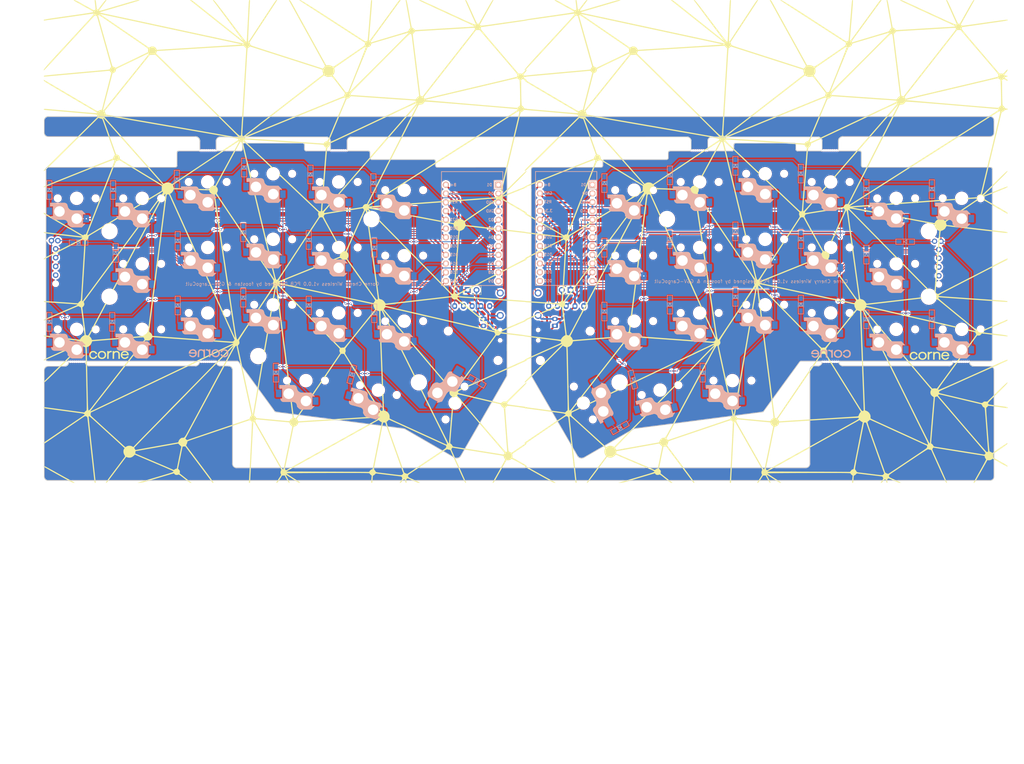
<source format=kicad_pcb>
(kicad_pcb (version 20221018) (generator pcbnew)
  (title_block (title "Corne Choc Wireless") (date "2023-11-06") (rev "1.0.0") (company "foostan & GsvCargoCult"))
  (layers (0 "F.Cu" signal) (31 "B.Cu" signal) (34 "B.Paste" user) (35 "F.Paste" user) (36 "B.SilkS" user "B.Silkscreen") (37 "F.SilkS" user "F.Silkscreen") (38 "B.Mask" user) (39 "F.Mask" user) (44 "Edge.Cuts" user))
  (net 0 "")
  (net 1 "row0")
  (net 2 "Net-(BATJ1-Pin_2)")
  (net 3 "row1")
  (net 4 "Net-(BATJ3-Pin_2)")
  (net 5 "row2")
  (net 6 "Net-(D1-A)")
  (net 7 "row3")
  (net 8 "Net-(D2-A)")
  (net 9 "Net-(D3-A)")
  (net 10 "Net-(D4-A)")
  (net 11 "Net-(D5-A)")
  (net 12 "Net-(D6-A)")
  (net 13 "L_Enc_2")
  (net 14 "Net-(D8-A)")
  (net 15 "Net-(D9-A)")
  (net 16 "Net-(D10-A)")
  (net 17 "Net-(D11-A)")
  (net 18 "Net-(D12-A)")
  (net 19 "Net-(D13-A)")
  (net 20 "Net-(D14-A)")
  (net 21 "Net-(D15-A)")
  (net 22 "Net-(D16-A)")
  (net 23 "Net-(D17-A)")
  (net 24 "Net-(D18-A)")
  (net 25 "Net-(D19-A)")
  (net 26 "GND")
  (net 27 "VCC")
  (net 28 "Net-(D20-A)")
  (net 29 "col1")
  (net 30 "col2")
  (net 31 "col3")
  (net 32 "col4")
  (net 33 "col5")
  (net 34 "Net-(D21-A)")
  (net 35 "Net-(D22-A)")
  (net 36 "reset")
  (net 37 "SCL")
  (net 38 "SDA")
  (net 39 "Net-(D23-A)")
  (net 40 "Net-(D24-A)")
  (net 41 "Net-(D25-A)")
  (net 42 "Net-(D26-A)")
  (net 43 "Net-(D27-A)")
  (net 44 "R_Enc_2")
  (net 45 "row0_r")
  (net 46 "Net-(D29-A)")
  (net 47 "Net-(D30-A)")
  (net 48 "Net-(D31-A)")
  (net 49 "Net-(D32-A)")
  (net 50 "Net-(D33-A)")
  (net 51 "row1_r")
  (net 52 "Net-(D34-A)")
  (net 53 "Net-(D35-A)")
  (net 54 "Net-(D36-A)")
  (net 55 "Net-(D37-A)")
  (net 56 "Net-(D38-A)")
  (net 57 "Net-(D39-A)")
  (net 58 "row2_r")
  (net 59 "Net-(D40-A)")
  (net 60 "Net-(D41-A)")
  (net 61 "Net-(D42-A)")
  (net 62 "CS")
  (net 63 "CS_r")
  (net 64 "L_ENC_A")
  (net 65 "L_ENC_B")
  (net 66 "row3_r")
  (net 67 "L_Enc_1")
  (net 69 "+BATT")
  (net 70 "SDA_r")
  (net 71 "SCL_r")
  (net 72 "+BATTA")
  (net 73 "reset_r")
  (net 75 "col1_r")
  (net 76 "col2_r")
  (net 77 "col3_r")
  (net 78 "col4_r")
  (net 79 "col5_r")
  (net 80 "VDD")
  (net 81 "GNDA")
  (net 82 "R_ENC_A")
  (net 83 "R_ENC_B")
  (net 84 "R_Enc_1")
  (footprint "niceview:nice_view_1side" (layer "F.Cu") (at 131.8225 77.168)
    (fp_text reference "J2" hide)
    (fp_text value "Nice!View" hide)
  )
  (footprint "kbd:ResetSW_1side" (layer "F.Cu") (at 145.0575 76.63 90)
    (fp_text reference "RSW1" hide)
    (fp_text value "SW_PUSH")
  )
  (footprint "Library:Hotswap_Choc_V1_MX_1.00u" (layer "F.Cu") (at 41.1875 45.92)
    (fp_text reference "SW2" hide)
    (fp_text value "SW_PUSH" hide)
  )
  (footprint "Library:Hotswap_Choc_V1_MX_1.00u" (layer "F.Cu") (at 60.1875 41.17)
    (fp_text reference "SW3" hide)
    (fp_text value "SW_PUSH" hide)
  )
  (footprint "Library:Hotswap_Choc_V1_MX_1.00u" (layer "F.Cu") (at 79.1875 38.795)
    (fp_text reference "SW4" hide)
    (fp_text value "SW_PUSH" hide)
  )
  (footprint "Library:Hotswap_Choc_V1_MX_1.00u" (layer "F.Cu") (at 98.1875 41.17)
    (fp_text reference "SW5" hide)
    (fp_text value "SW_PUSH" hide)
  )
  (footprint "Library:Hotswap_Choc_V1_MX_1.00u" (layer "F.Cu") (at 41.1875 64.92)
    (fp_text reference "SW8" hide)
    (fp_text value "SW_PUSH" hide)
  )
  (footprint "Library:Hotswap_Choc_V1_MX_1.00u" (layer "F.Cu") (at 60.1875 60.17)
    (fp_text reference "SW9" hide)
    (fp_text value "SW_PUSH" hide)
  )
  (footprint "Library:Hotswap_Choc_V1_MX_1.00u" (layer "F.Cu") (at 79.1875 57.795)
    (fp_text reference "SW10" hide)
    (fp_text value "SW_PUSH" hide)
  )
  (footprint "Library:Hotswap_Choc_V1_MX_1.00u" (layer "F.Cu") (at 98.1875 60.17)
    (fp_text reference "SW11" hide)
    (fp_text value "SW_PUSH" hide)
  )
  (footprint "Library:Hotswap_Choc_V1_MX_1.00u" (layer "F.Cu") (at 117.1875 62.545)
    (fp_text reference "SW12" hide)
    (fp_text value "SW_PUSH" hide)
  )
  (footprint "Library:Hotswap_Choc_V1_MX_1.00u" (layer "F.Cu") (at 22.1875 83.92)
    (fp_text reference "SW13" hide)
    (fp_text value "SW_PUSH" hide)
  )
  (footprint "Library:Hotswap_Choc_V1_MX_1.00u" (layer "F.Cu") (at 41.1875 83.92)
    (fp_text reference "SW14" hide)
    (fp_text value "SW_PUSH" hide)
  )
  (footprint "Library:Hotswap_Choc_V1_MX_1.00u" (layer "F.Cu") (at 60.1875 79.17)
    (fp_text reference "SW15" hide)
    (fp_text value "SW_PUSH" hide)
  )
  (footprint "Library:Hotswap_Choc_V1_MX_1.00u" (layer "F.Cu") (at 79.1875 76.795)
    (fp_text reference "SW16" hide)
    (fp_text value "SW_PUSH" hide)
  )
  (footprint "Library:Hotswap_Choc_V1_MX_1.00u" (layer "F.Cu") (at 98.1875 79.17)
    (fp_text reference "SW17" hide)
    (fp_text value "SW_PUSH" hide)
  )
  (footprint "Library:Hotswap_Choc_V1_MX_1.00u" (layer "F.Cu") (at 117.1875 81.545)
    (fp_text reference "SW18" hide)
    (fp_text value "SW_PUSH" hide)
  )
  (footprint "Library:Hotswap_Choc_V1_MX_1.00u" (layer "F.Cu") (at 88.6875 98.795)
    (fp_text reference "SW19" hide)
    (fp_text value "SW_PUSH" hide)
  )
  (footprint "Library:Hotswap_Choc_V1_MX_1.00u" (layer "F.Cu") (at 109.6875 101.545 -15)
    (fp_text reference "SW20" hide)
    (fp_text value "SW_PUSH" hide)
  )
  (footprint "ScottoKeebs_Hotswap:Hotswap_Choc_V1_1.50u" (layer "F.Cu") (at 131.9375 105.295 60)
    (fp_text reference "SW21" hide)
    (fp_text value "SW_PUSH")
  )
  (footprint "ScottoKeebs_Hotswap:Hotswap_Choc_V1_1.50u" (layer "F.Cu") (at 169.1445 105.29 -60)
    (fp_text reference "SW42" hide)
    (fp_text value "SW_PUSH")
  )
  (footprint "niceview:nice_view_1side" (layer "F.Cu") (at 159.0975 77.16)
    (fp_text reference "J4" hide)
    (fp_text value "Nice!View" hide)
  )
  (footprint "kbd:ResetSW_1side" (layer "F.Cu") (at 156.0175 76.63 90)
    (fp_text reference "RSW2" hide)
    (fp_text value "SW_PUSH")
  )
  (footprint "Library:Hotswap_Choc_V1_MX_1.00u" (layer "F.Cu") (at 221.8945 76.79)
    (fp_text reference "SW37" hide)
    (fp_text value "SW_PUSH" hide)
  )
  (footprint "Library:Hotswap_Choc_V1_MX_1.00u" (layer "F.Cu") (at 202.8945 79.165)
    (fp_text reference "SW38" hide)
    (fp_text value "SW_PUSH" hide)
  )
  (footprint "Library:Hotswap_Choc_V1_MX_1.00u" (layer "F.Cu") (at 183.8945 81.54)
    (fp_text reference "SW39" hide)
    (fp_text value "SW_PUSH" hide)
  )
  (footprint "Library:Hotswap_Choc_V1_MX_1.00u" (layer "F.Cu") (at 212.3945 98.79)
    (fp_text reference "SW40" hide)
    (fp_text value "SW_PUSH" hide)
  )
  (footprint "Library:Hotswap_Choc_V1_MX_1.00u" (layer "F.Cu") (at 191.3945 101.54 15)
    (fp_text reference "SW41" hide)
    (fp_text value "SW_PUSH" hide)
  )
  (footprint "Library:Hotswap_Choc_V1_MX_1.00u" (layer "F.Cu") (at 221.8945 38.79)
    (fp_text reference "SW25" hide)
    (fp_text value "SW_PUSH" hide)
  )
  (footprint "Library:Hotswap_Choc_V1_MX_1.00u" (layer "F.Cu") (at 202.8945 41.165)
    (fp_text reference "SW26" hide)
    (fp_text value "SW_PUSH" hide)
  )
  (footprint "Library:Hotswap_Choc_V1_MX_1.00u" (layer "F.Cu") (at 240.8945 41.165)
    (fp_text reference "SW24" hide)
    (fp_text value "SW_PUSH" hide)
  )
  (footprint "Library:Hotswap_Choc_V1_MX_1.00u" (layer "F.Cu") (at 259.8945 64.915)
    (fp_text reference "SW29" hide)
    (fp_text value "SW_PUSH" hide)
  )
  (footprint "Library:Hotswap_Choc_V1_MX_1.00u" (layer "F.Cu") (at 259.8945 83.915)
    (fp_text reference "SW35" hide)
    (fp_text value "SW_PUSH" hide)
  )
  (footprint "Library:Hotswap_Choc_V1_MX_1.00u" (layer "F.Cu") (at 240.8945 79.165)
    (fp_text reference "SW36" hide)
    (fp_text value "SW_PUSH" hide)
  )
  (footprint "Library:Hotswap_Choc_V1_MX_1.00u" (layer "F.Cu") (at 278.8945 45.915)
    (fp_text reference "SW22" hide)
    (fp_text value "SW_PUSH" hide)
  )
  (footprint "Library:Hotswap_Choc_V1_MX_1.00u" (layer "F.Cu") (at 259.8945 45.915)
    (fp_text reference "SW23" hide)
    (fp_text value "SW_PUSH" hide)
  )
  (footprint "Library:Hotswap_Choc_V1_MX_1.00u" (layer "F.Cu") (at 240.8945 60.165)
    (fp_text reference "SW30" hide)
    (fp_text value "SW_PUSH" hide)
  )
  (footprint "Library:Hotswap_Choc_V1_MX_1.00u" (layer "F.Cu") (at 221.8945 57.79)
    (fp_text reference "SW31" hide)
    (fp_text value "SW_PUSH" hide)
  )
  (footprint "Library:Hotswap_Choc_V1_MX_1.00u" (layer "F.Cu") (at 202.8945 60.165)
    (fp_text reference "SW32" hide)
    (fp_text value "SW_PUSH" hide)
  )
  (footprint "Library:Hotswap_Choc_V1_MX_1.00u" (layer "F.Cu") (at 183.8945 62.54)
    (fp_text reference "SW33" hide)
    (fp_text value "SW_PUSH" hide)
  )
  (footprint "Library:Hotswap_Choc_V1_MX_1.00u" (layer "F.Cu") (at 278.8945 83.915)
    (fp_text reference "SW34" hide)
    (fp_text value "SW_PUSH" hide)
  )
  (footprint "Library:Hotswap_Choc_V1_MX_1.00u" (layer "F.Cu") (at 22.1875 45.92)
    (fp_text reference "SW1" hide)
    (fp_text value "SW_PUSH" hide)
  )
  (footprint "Library:Hotswap_Choc_V1_MX_1.00u" (layer "F.Cu") (at 117.1875 43.545)
    (fp_text reference "SW6" hide)
    (fp_text value "SW_PUSH" hide)
  )
  (footprint "Library:Hotswap_Choc_V1_MX_1.00u" (layer "F.Cu") (at 183.8875 43.545)
    (fp_text reference "SW27" hide)
    (fp_text value "SW_PUSH" hide)
  )
  (footprint "ScottoKeebs_MCU:Nice_Nano_V2_Flipped" (layer "F.Cu") (at 136.8925 55.96)
    (fp_text reference "U1" hide)
    (fp_text value "Nice!Nano" hide)
  )
  (footprint "ScottoKeebs_MCU:Nice_Nano_V2_Flipped" (layer "F.Cu") (at 164.1675 55.93)
    (fp_text reference "U2" hide)
    (fp_text value "Nice!Nano" hide)
  )
  (footprint "kbd:Breakaway_Tabs" (layer "F.Cu") (at 60.31675 32.009)
    (fp_text reference "REF**")
    (fp_text value "Breakaway_Tabs")
  )
  (footprint "kbd:Breakaway_Tabs" (layer "F.Cu") (at 98.2875 32.013)
    (fp_text reference "REF**")
    (fp_text value "Breakaway_Tabs")
  )
  (footprint "kbd:Breakaway_Tabs" (layer "F.Cu") (at 60.2035 93.318)
    (fp_text reference "REF**")
    (fp_text value "Breakaway_Tabs")
  )
  (footprint "LOGO" (layer "F.Cu") (at 222.1675 58.43)
    (fp_text reference "G***" hide)
    (fp_text value "LOGO" hide)
  )
  (footprint "kbd:M2_HOLE_v2" (layer "F.Cu") (at 269.3695 55.44 180)
    (fp_text reference "Ref**" hide)
    (fp_text value "Val**" hide)
  )
  (footprint "kbd:M2_HOLE_v2" (layer "F.Cu") (at 144.4065 92.94)
    (fp_text reference "Ref**" hide)
    (fp_text value "Val**" hide)
  )
  (footprint "kbd:M2_HOLE_v2" (layer "F.Cu") (at 121.4355 99.3)
    (fp_text reference "Ref**" hide)
    (fp_text value "Val**" hide)
  )
  (footprint "kbd:M2_HOLE_v2" (layer "F.Cu") (at 74.8695 91.6855)
    (fp_text reference "Ref**" hide)
    (fp_text value "Val**" hide)
  )
  (footprint "zzkeeb:RotaryEncoder_EVQWGD001" (layer "F.Cu") (at 277.8875 64.5725)
    (fp_text reference "R_ENC1" hide)
    (fp_text value "RollerEncoder_EVQWGD001" hide)
  )
  (footprint "kbd:corne-logo-horizontal" (layer "F.Cu") (at 269.6675 91.68)
    (fp_text reference "G***" hide)
    (fp_text value "LOGO" hide)
  )
  (footprint "kbd:M2_HOLE_v2" (layer "F.Cu") (at 129.9745 84.419)
    (fp_text reference "Ref**" hide)
    (fp_text value "Val**" hide)
  )
  (footprint "kbd:M2_HOLE_v2" (layer "F.Cu") (at 29.6245 64.3045)
    (fp_text reference "Ref**" hide)
    (fp_text value "Val**" hide)
  )
  (footprint "Connector_PinHeader_2.54mm:PinHeader_1x02_P2.54mm_Vertical" (layer "F.Cu") (at 135.6175 72.5 90)
    (fp_text reference "BATJ1" hide)
    (fp_text value "Conn_01x02_Socket")
  )
  (footprint "kbd:M2_HOLE_v2" (layer "F.Cu") (at 107.6805 51.9305)
    (fp_text reference "Ref**" hide)
    (fp_text value "Val**" hide)
  )
  (footprint "Connector_JST:JST_PH_S2B-PH-K_1x02_P2.00mm_Horizontal" (layer "F.Cu") (at 140.17 80.91 -90)
    (fp_text reference "BATJ2" hide)
    (fp_text value "Conn_01x02_Socket")
  )
  (footprint "kbd:M2_HOLE_v2" (layer "F.Cu") (at 31.7125 55.445)
    (fp_text reference "Ref**" hide)
    (fp_text value "Val**" hide)
  )
  (footprint "Button_Switch_SMD:SW_SPDT_PCM12" (layer "F.Cu") (at 144.6875 85.61 90)
    (fp_text reference "PSW1" hide)
    (fp_text value "SW_SPDT" hide)
  )
  (footprint "kbd:corne-logo-horizontal" (layer "F.Cu") (at 31.6675 91.43)
    (fp_text reference "G***" hide)
    (fp_text value "LOGO" hide)
  )
  (footprint "Connector_PinHeader_2.54mm:PinHeader_1x02_P2.54mm_Vertical" (layer "F.Cu") (at 165.4425 72.5 -90)
    (fp_text reference "BATJ3" hide)
    (fp_text value "Conn_01x02_Socket")
  )
  (footprint "LOGO" (layer "F.Cu") (at 82.6675 58.43)
    (fp_text reference "G***" hide)
    (fp_text value "LOGO" hide)
  )
  (footprint "Connector_JST:JST_PH_S2B-PH-K_1x02_P2.00mm_Horizontal" (layer "F.Cu") (at 160.89 82.9 90)
    (fp_text reference "BATJ4" hide)
    (fp_text value "Conn_01x02_Socket")
  )
  (footprint "zzkeeb:RotaryEncoder_EVQWGD001" (layer "F.Cu") (at 21.71 64.39)
    (fp_text reference "L_ENC1" hide)
    (fp_text value "RollerEncoder_EVQWGD001" hide)
  )
  (footprint "kbd:M2_HOLE_v2" (layer "F.Cu") (at 179.6595 99.3195 180)
    (fp_text reference "Ref**" hide)
    (fp_text value "Val**" hide)
  )
  (footprint "Button_Switch_SMD:SW_SPDT_PCM12" (layer "F.Cu") (at 156.3625 85.61 -90)
    (fp_text reference "PSW_r1" hide)
    (fp_text value "SW_SPDT")
  )
  (footprint "kbd:M2_HOLE_v2" (layer "F.Cu") (at 193.4145 51.95 180)
    (fp_text reference "Ref**" hide)
    (fp_text value "Val**" hide)
  )
  (footprint "kbd:Breakaway_Tabs" (layer "F.Cu") (at 22.2075 93.318)
    (fp_text reference "REF**")
    (fp_text value "Breakaway_Tabs")
  )
  (footprint "kbd:D3_SMD_v2" (layer "B.Cu") (at 14.25 43.5 -90)
    (fp_text reference "D1" hide)
    (fp_text value "D" hide)
  )
  (footprint "kbd:D3_SMD_v2" (layer "B.Cu") (at 32.75 43.5 -90)
    (fp_text reference "D2" hide)
    (fp_text value "D" hide)
  )
  (footprint "kbd:D3_SMD_v2" (layer "B.Cu") (at 51.25 40.5 -90)
    (fp_text reference "D3" hide)
    (fp_text value "D" hide)
  )
  (footprint "kbd:D3_SMD_v2" (layer "B.Cu") (at 70.75 37 -90)
    (fp_text reference "D4" hide)
    (fp_text value "D" hide)
  )
  (footprint "kbd:D3_SMD_v2" (layer "B.Cu") (at 90 39 -90)
    (fp_text reference "D5" hide)
    (fp_text value "D" hide)
  )
  (footprint "kbd:D3_SMD_v2" (layer "B.Cu") (at 108.25 41.5 -90)
    (fp_text reference "D6" hide)
    (fp_text value "D" hide)
  )
  (footprint "kbd:D3_SMD_v2" (layer "B.Cu") (at 22.75 58.75 180)
    (fp_text reference "D7" hide)
    (fp_text value "D" hide)
  )
  (footprint "kbd:D3_SMD_v2" (layer "B.Cu") (at 33.5 61.75 -90)
    (fp_text reference "D8" hide)
    (fp_text value "D" hide)
  )
  (footprint "kbd:D3_SMD_v2" (layer "B.Cu") (at 51.5 58.25 -90)
    (fp_text reference "D9" hide)
    (fp_text value "D" hide)
  )
  (footprint "kbd:D3_SMD_v2" (layer "B.Cu") (at 70.5 55.75 -90)
    (fp_text reference "D10" hide)
    (fp_text value "D" hide)
  )
  (footprint "kbd:D3_SMD_v2" (layer "B.Cu") (at 89.5 58 -90)
    (fp_text reference "D11" hide)
    (fp_text value "D" hide)
  )
  (footprint "kbd:D3_SMD_v2" (layer "B.Cu") (at 108.5 60.25 -90)
    (fp_text reference "D12" hide)
    (fp_text value "D" hide)
  )
  (footprint "kbd:D3_SMD_v2" (layer "B.Cu") (at 14.25 81.75 -90)
    (fp_text reference "D13" hide)
    (fp_text value "D" hide)
  )
  (footprint "kbd:D3_SMD_v2" (layer "B.Cu") (at 32.5 81.75 -90)
    (fp_text reference "D14" hide)
    (fp_text value "D" hide)
  )
  (footprint "kbd:D3_SMD_v2" (layer "B.Cu") (at 51.5 77 -90)
    (fp_text reference "D15" hide)
    (fp_text value "D" hide)
  )
  (footprint "kbd:D3_SMD_v2" (layer "B.Cu") (at 70.5 74.75 -90)
    (fp_text reference "D16" hide)
    (fp_text value "D" hide)
  )
  (footprint "kbd:D3_SMD_v2" (layer "B.Cu") (at 89.5 77 -90)
    (fp_text reference "D17" hide)
    (fp_text value "D" hide)
  )
  (footprint "kbd:D3_SMD_v2" (layer "B.Cu") (at 108.5 79.25 -90)
    (fp_text reference "D18" hide)
    (fp_text value "D" hide)
  )
  (footprint "kbd:D3_SMD_v2" (layer "B.Cu") (at 80 96.5 -90)
    (fp_text reference "D19" hide)
    (fp_text value "D" hide)
  )
  (footprint "kbd:D3_SMD_v2" (layer "B.Cu") (at 102 97 -105)
    (fp_text reference "D20" hide)
    (fp_text value "D" hide)
  )
  (footprint "kbd:D3_SMD_v2" (layer "B.Cu") (at 138.25 99 150)
    (fp_text reference "D21" hide)
    (fp_text value "D" hide)
  )
  (footprint "kbd:D3_SMD_v2" (layer "B.Cu") (at 251.25 43.25 -90)
    (fp_text reference "D23" hide)
    (fp_text value "D" hide)
  )
  (footprint "kbd:D3_SMD_v2" (layer "B.Cu") (at 232.25 38.75 -90)
    (fp_text reference "D24" hide)
    (fp_text value "D" hide)
  )
  (footprint "kbd:D3_SMD_v2" (layer "B.Cu") (at 213.25 36.5 -90)
    (fp_text reference "D25" hide)
    (fp_text value "D" hide)
  )
  (footprint "kbd:D3_SMD_v2" (layer "B.Cu") (at 175.25 41.5 -90)
    (fp_text reference "D27" hide)
    (fp_text value "D" hide)
  )
  (footprint "kbd:D3_SMD_v2" (layer "B.Cu") (at 262.5 58.5)
    (fp_text reference "D28" hide)
    (fp_text value "D" hide)
  )
  (footprint "kbd:D3_SMD_v2" (layer "B.Cu") (at 251.25 62.25 -90)
    (fp_text reference "D29" hide)
    (fp_text value "D" hide)
  )
  (footprint "kbd:D3_SMD_v2" (layer "B.Cu") (at 232.25 57.75 -90)
    (fp_text reference "D30" hide)
    (fp_text value "D" hide)
  )
  (footprint "kbd:D3_SMD_v2" (layer "B.Cu") (at 213.25 55.5 -90)
    (fp_text reference "D31" hide)
    (fp_text value "D" hide)
  )
  (footprint "kbd:D3_SMD_v2" (layer "B.Cu") (at 194.25 57.75 -90)
    (fp_text reference "D32" hide)
    (fp_text value "D" hide)
  )
  (footprint "kbd:D3_SMD_v2" (layer "B.Cu") (at 175.25 60.25 -90)
    (fp_text reference "D33" hide)
    (fp_text value "D" hide)
  )
  (footprint "kbd:D3_SMD_v2" (layer "B.Cu") (at 270.25 81 -90)
    (fp_text reference "D34" hide)
    (fp_text value "D" hide)
  )
  (footprint "kbd:D3_SMD_v2" (layer "B.Cu") (at 251.25 81 -90)
    (fp_text reference "D35" hide)
    (fp_text value "D" hide)
  )
  (footprint "kbd:D3_SMD_v2" (layer "B.Cu") (at 232.25 76.75 -90)
    (fp_text reference "D36" hide)
    (fp_text value "D" hide)
  )
  (footprint "kbd:D3_SMD_v2" (layer "B.Cu") (at 213.25 74.5 -90)
    (fp_text reference "D37" hide)
    (fp_text value "D" hide)
  )
  (footprint "kbd:D3_SMD_v2" (layer "B.Cu") (at 194.25 76.75 -90)
    (fp_text reference "D38" hide)
    (fp_text value "D" hide)
  )
  (footprint "kbd:D3_SMD_v2" (layer "B.Cu") (at 175.25 78.75 -90)
    (fp_text reference "D39" hide)
    (fp_text value "D" hide)
  )
  (footprint "kbd:D3_SMD_v2" (layer "B.Cu") (at 203.75 96.5 -90)
    (fp_text reference "D40" hide)
    (fp_text value "D" hide)
  )
  (footprint "kbd:D3_SMD_v2" (layer "B.Cu") (at 183.5 98.5 -75)
    (fp_text reference "D41" hide)
    (fp_text value "D" hide)
  )
  (footprint "kbd:D3_SMD_v2" (layer "B.Cu") (at 179.75 112.5 -150)
    (fp_text reference "D42" hide)
    (fp_text value "D" hide)
  )
  (footprint "kbd:D3_SMD_v2" (layer "B.Cu") (at 270.25 43.25 -90)
    (fp_text reference "D22" hide)
    (fp_text value "D" hide)
  )
  (footprint "kbd:D3_SMD_v2" (layer "B.Cu") (at 194.25 39.25 -90)
    (fp_text reference "D26" hide)
    (fp_text value "D" hide)
  )
  (footprint "kbd:Breakaway_Tabs" (layer "B.Cu") (at 278.7355 93.323 180)
    (fp_text reference locked "REF**")
    (fp_text value locked "Breakaway_Tabs")
  )
  (footprint "kbd:Breakaway_Tabs" (layer "B.Cu") (at 202.8175 32.025 180)
    (fp_text reference "REF**")
    (fp_text value "Breakaway_Tabs")
  )
  (footprint "kbd:Breakaway_Tabs" (layer "B.Cu") (at 240.7295 32.01 180)
    (fp_text reference "REF**")
    (fp_text value "Breakaway_Tabs")
  )
  (footprint "kbd:Breakaway_Tabs" (layer "B.Cu") (at 240.8215 93.333 180)
    (fp_text reference "REF**")
    (fp_text value "Breakaway_Tabs")
  )
  (footprint "kbd:corne-logo-horizontal" (layer "B.Cu") (at 60.3395 90.94 180)
    (fp_text reference "G***" hide)
    (fp_text value "LOGO" hide)
  )
  (footprint "kbd:M2_HOLE_v2" (layer "B.Cu") (at 271.4575 64.2995 180)
    (fp_text reference "Ref**" hide)
    (fp_text value "Val**" hide)
  )
  (footprint "kbd:M2_HOLE_v2" (layer "B.Cu") (at 171.1205 84.4385 180)
    (fp_text reference "Ref**" hide)
    (fp_text value "Val**" hide)
  )
  (footprint "kbd:M2_HOLE_v2" (layer "B.Cu") (at 156.6885 92.9595 180)
    (fp_text reference "Ref**" hide)
    (fp_text value "Val**" hide)
  )
  (footprint "kbd:corne-logo-horizontal" (layer "B.Cu") (at 240.8695 91.09 180)
    (fp_text reference "G***" hide)
    (fp_text value "LOGO" hide)
  )
  (gr_line (start 19.533493 94.261585) (end 19.528414 94.264125) (stroke (width 0.199999)) (layer "Edge.Cuts"))
  (gr_line (start 287.686147 37.11926) (end 287.75472 37.25134) (stroke (width 0.199999)) (layer "Edge.Cuts"))
  (gr_line (start 235.043424 95.070574) (end 235.044698 95.069301) (stroke (width 0.199999)) (layer "Edge.Cuts"))
  (gr_line (start 63.345918 94.43938) (end 63.559278 94.502887) (stroke (width 0.199999)) (layer "Edge.Cuts"))
  (gr_line (start 235.387594 94.726405) (end 235.590795 94.614642) (stroke (width 0.199999)) (layer "Edge.Cuts"))
  (gr_line (start 287.455007 36.949081) (end 287.584554 37.020202) (stroke (width 0.199999)) (layer "Edge.Cuts"))
  (gr_line (start 51.070108 36.809381) (end 51.171705 36.710321) (stroke (width 0.199999)) (layer "Edge.Cuts"))
  (gr_line (start 238.31368 93.812007) (end 238.377172 93.598644) (stroke (width 0.199999)) (layer "Edge.Cuts"))
  (gr_line (start 281.362199 94.071718) (end 281.361563 94.071086) (stroke (width 0.199999)) (layer "Edge.Cuts"))
  (gr_line (start 13.368918 37.11164) (end 13.300338 37.241182) (stroke (width 0.199999)) (layer "Edge.Cuts"))
  (gr_line (start 13.274937 127.586353) (end 13.470518 127.690494) (stroke (width 0.199999)) (layer "Edge.Cuts"))
  (gr_line (start 18.898493 94.599406) (end 18.667354 94.624805) (stroke (width 0.199999)) (layer "Edge.Cuts"))
  (gr_line (start 88.601118 32.130706) (end 88.771299 32.161186) (stroke (width 0.199999)) (layer "Edge.Cuts"))
  (gr_line (start 212.984808 30.017429) (end 213.114355 29.948848) (stroke (width 0.199999)) (layer "Edge.Cuts"))
  (gr_line (start 212.885748 30.119027) (end 212.984808 30.017429) (stroke (width 0.199999)) (layer "Edge.Cuts"))
  (gr_line (start 69.939749 32.130706) (end 70.071829 32.059587) (stroke (width 0.199999)) (layer "Edge.Cuts"))
  (gr_line (start 287.75472 37.25134) (end 287.785208 37.418981) (stroke (width 0.199999)) (layer "Edge.Cuts"))
  (gr_line (start 243.149832 29.252889) (end 243.149832 29.250348) (stroke (width 0.199999)) (layer "Edge.Cuts"))
  (gr_line (start 237.262121 94.515582) (end 237.267187 94.515582) (stroke (width 0.199999)) (layer "Edge.Cuts"))
  (gr_line (start 281.150747 93.392902) (end 281.150747 93.390361) (stroke (width 0.199999)) (layer "Edge.Cuts"))
  (gr_line (start 19.139793 94.525745) (end 19.138523 94.527012) (stroke (width 0.199999)) (layer "Edge.Cuts"))
  (gr_line (start 57.798563 28.78807) (end 57.864603 29.00905) (stroke (width 0.199999)) (layer "Edge.Cuts"))
  (gr_line (start 281.247244 93.862804) (end 281.247244 93.857723) (stroke (width 0.199999)) (layer "Edge.Cuts"))
  (gr_line (start 57.86714 29.00905) (end 57.86714 29.014129) (stroke (width 0.199999)) (layer "Edge.Cuts"))
  (gr_line (start 154.036535 96.987003) (end 154.034002 96.893024) (stroke (width 0.199999)) (layer "Edge.Cuts"))
  (gr_line (start 288.250021 23.088315) (end 288.183981 22.874955) (stroke (width 0.199999)) (layer "Edge.Cuts"))
  (gr_line (start 281.910208 94.520664) (end 281.706991 94.411441) (stroke (width 0.199999)) (layer "Edge.Cuts"))
  (gr_line (start 57.86714 29.014129) (end 57.86714 29.019208) (stroke (width 0.199999)) (layer "Edge.Cuts"))
  (gr_line (start 87.938177 29.941228) (end 87.770536 29.910749) (stroke (width 0.199999)) (layer "Edge.Cuts"))
  (gr_line (start 56.8994 28.051469) (end 57.122923 28.117509) (stroke (width 0.199999)) (layer "Edge.Cuts"))
  (gr_line (start 212.453954 32.140867) (end 212.283773 32.168805) (stroke (width 0.199999)) (layer "Edge.Cuts"))
  (gr_line (start 281.706991 94.411441) (end 281.701925 94.408901) (stroke (width 0.199999)) (layer "Edge.Cuts"))
  (gr_line (start 146.990591 37.241182) (end 146.91947 37.109102) (stroke (width 0.199999)) (layer "Edge.Cuts"))
  (gr_line (start 249.685247 32.369466) (end 249.756368 32.501546) (stroke (width 0.199999)) (layer "Edge.Cuts"))
  (gr_line (start 69.007574 93.220187) (end 68.85771 93.169383) (stroke (width 0.199999)) (layer "Edge.Cuts"))
  (gr_line (start 132.223043 121.29478) (end 132.411001 121.307475) (stroke (width 0.199999)) (layer "Edge.Cuts"))
  (gr_line (start 67.392133 95.7551) (end 67.392133 95.760181) (stroke (width 0.199999)) (layer "Edge.Cuts"))
  (gr_line (start 281.361563 94.071086) (end 281.35903 94.066005) (stroke (width 0.199999)) (layer "Edge.Cuts"))
  (gr_line (start 62.665197 29.04207) (end 62.642336 29.265588) (stroke (width 0.199999)) (layer "Edge.Cuts"))
  (gr_line (start 70.470609 30.012347) (end 70.369009 30.111408) (stroke (width 0.199999)) (layer "Edge.Cuts"))
  (gr_line (start 243.241262 28.78807) (end 243.241262 28.785529) (stroke (width 0.199999)) (layer "Edge.Cuts"))
  (gr_line (start 19.800192 93.855182) (end 19.797653 93.860263) (stroke (width 0.199999)) (layer "Edge.Cuts"))
  (gr_line (start 24.666828 93.616428) (end 24.730329 93.829784) (stroke (width 0.199999)) (layer "Edge.Cuts"))
  (gr_line (start 68.309072 124.053211) (end 68.532591 124.076076) (stroke (width 0.199999)) (layer "Edge.Cuts"))
  (gr_line (start 13.904857 94.624805) (end 13.899777 94.624805) (stroke (width 0.199999)) (layer "Edge.Cuts"))
  (gr_line (start 94.651388 28.125131) (end 63.780256 28.125131) (stroke (width 0.199999)) (layer "Edge.Cuts"))
  (gr_line (start 168.133535 121.221118) (end 167.996374 121.157619) (stroke (width 0.199999)) (layer "Edge.Cuts"))
  (gr_line (start 167.55187 120.789317) (end 167.490911 120.705501) (stroke (width 0.199999)) (layer "Edge.Cuts"))
  (gr_line (start 13.600057 93.131282) (end 13.770238 93.161762) (stroke (width 0.199999)) (layer "Edge.Cuts"))
  (gr_line (start 281.700028 94.406996) (end 281.699392 94.40636) (stroke (width 0.199999)) (layer "Edge.Cuts"))
  (gr_line (start 67.392133 95.750026) (end 67.392133 95.752559) (stroke (width 0.199999)) (layer "Edge.Cuts"))
  (gr_line (start 67.366735 95.518886) (end 67.392133 95.750026) (stroke (width 0.199999)) (layer "Edge.Cuts"))
  (gr_line (start 63.782797 94.525745) (end 66.157697 94.525745) (stroke (width 0.199999)) (layer "Edge.Cuts"))
  (gr_line (start 168.99967 121.269374) (end 168.832037 121.302394) (stroke (width 0.199999)) (layer "Edge.Cuts"))
  (gr_line (start 67.366735 95.508724) (end 67.366735 95.511264) (stroke (width 0.199999)) (layer "Edge.Cuts"))
  (gr_line (start 146.922003 97.479762) (end 146.970266 97.322284) (stroke (width 0.199999)) (layer "Edge.Cuts"))
  (gr_line (start 101.773542 28.125131) (end 101.552564 28.14799) (stroke (width 0.199999)) (layer "Edge.Cuts"))
  (gr_line (start 154.064489 37.248801) (end 154.135595 37.11926) (stroke (width 0.199999)) (layer "Edge.Cuts"))
  (gr_line (start 12.766938 26.893232) (end 12.789799 27.116752) (stroke (width 0.199999)) (layer "Edge.Cuts"))
  (gr_line (start 62.832838 28.63313) (end 62.728697 28.82871) (stroke (width 0.199999)) (layer "Edge.Cuts"))
  (gr_line (start 133.416845 120.880756) (end 133.508276 120.774074) (stroke (width 0.199999)) (layer "Edge.Cuts"))
  (gr_line (start 62.642336 93.387828) (end 62.642336 93.392902) (stroke (width 0.199999)) (layer "Edge.Cuts"))
  (gr_line (start 51.240286 36.580781) (end 51.270765 36.410602) (stroke (width 0.199999)) (layer "Edge.Cuts"))
  (gr_line (start 287.569326 94.70354) (end 287.35848 94.6375) (stroke (width 0.199999)) (layer "Edge.Cuts"))
  (gr_line (start 13.104758 27.695871) (end 13.274937 27.835571) (stroke (width 0.199999)) (layer "Edge.Cuts"))
  (gr_line (start 67.366735 95.513805) (end 67.366735 95.518886) (stroke (width 0.199999)) (layer "Edge.Cuts"))
  (gr_line (start 95.283849 28.315629) (end 95.08827 28.21149) (stroke (width 0.199999)) (layer "Edge.Cuts"))
  (gr_line (start 25.347547 94.43938) (end 25.558368 94.502887) (stroke (width 0.199999)) (layer "Edge.Cuts"))
  (gr_line (start 13.300338 37.241182) (end 13.269858 37.411361) (stroke (width 0.199999)) (layer "Edge.Cuts"))
  (gr_line (start 67.183851 95.074382) (end 67.293073 95.280124) (stroke (width 0.199999)) (layer "Edge.Cuts"))
  (gr_line (start 19.137253 94.528285) (end 19.134714 94.528285) (stroke (width 0.199999)) (layer "Edge.Cuts"))
  (gr_line (start 243.695928 28.22927) (end 243.698477 28.22673) (stroke (width 0.199999)) (layer "Edge.Cuts"))
  (gr_line (start 237.490713 94.492725) (end 237.704077 94.426685) (stroke (width 0.199999)) (layer "Edge.Cuts"))
  (gr_line (start 200.39913 29.24781) (end 200.376272 29.024289) (stroke (width 0.199999)) (layer "Edge.Cuts"))
  (gr_line (start 67.028913 94.888965) (end 67.178777 95.06676) (stroke (width 0.199999)) (layer "Edge.Cuts"))
  (gr_line (start 287.576925 27.927011) (end 287.772512 27.82287) (stroke (width 0.199999)) (layer "Edge.Cuts"))
  (gr_line (start 167.648397 120.89854) (end 167.55187 120.789317) (stroke (width 0.199999)) (layer "Edge.Cuts"))
  (gr_line (start 154.034002 37.418981) (end 154.064489 37.248801) (stroke (width 0.199999)) (layer "Edge.Cuts"))
  (gr_line (start 133.564153 120.697879) (end 133.565433 120.695336) (stroke (width 0.199999)) (layer "Edge.Cuts"))
  (gr_line (start 244.384268 28.01591) (end 287.137502 28.01591) (stroke (width 0.199999)) (layer "Edge.Cuts"))
  (gr_line (start 101.552564 28.14799) (end 101.339208 28.214031) (stroke (width 0.199999)) (layer "Edge.Cuts"))
  (gr_line (start 57.892542 29.252889) (end 57.892542 29.25543) (stroke (width 0.199999)) (layer "Edge.Cuts"))
  (gr_line (start 212.583502 32.069745) (end 212.453954 32.140867) (stroke (width 0.199999)) (layer "Edge.Cuts"))
  (gr_line (start 56.655561 94.525745) (end 56.660642 94.525745) (stroke (width 0.199999)) (layer "Edge.Cuts"))
  (gr_line (start 169.416235 121.078876) (end 169.289236 121.155078) (stroke (width 0.199999)) (layer "Edge.Cuts"))
  (gr_line (start 19.344263 94.415255) (end 19.342993 94.416522) (stroke (width 0.199999)) (layer "Edge.Cuts"))
  (gr_line (start 236.063238 94.515582) (end 236.065771 94.515582) (stroke (width 0.199999)) (layer "Edge.Cuts"))
  (gr_line (start 95.456571 28.455329) (end 95.283849 28.315629) (stroke (width 0.199999)) (layer "Edge.Cuts"))
  (gr_line (start 57.290563 94.330165) (end 57.460741 94.190463) (stroke (width 0.199999)) (layer "Edge.Cuts"))
  (gr_line (start 249.812246 36.585862) (end 249.784307 36.418222) (stroke (width 0.199999)) (layer "Edge.Cuts"))
  (gr_line (start 13.683878 28.003209) (end 13.907397 28.026071) (stroke (width 0.199999)) (layer "Edge.Cuts"))
  (gr_line (start 287.945242 127.431407) (end 288.084921 127.258693) (stroke (width 0.199999)) (layer "Edge.Cuts"))
  (gr_line (start 12.789799 27.116752) (end 12.855839 27.33011) (stroke (width 0.199999)) (layer "Edge.Cuts"))
  (gr_line (start 288.183981 95.313144) (end 288.079855 95.117564) (stroke (width 0.199999)) (layer "Edge.Cuts"))
  (gr_line (start 19.891632 93.390361) (end 19.891632 93.392902) (stroke (width 0.199999)) (layer "Edge.Cuts"))
  (gr_line (start 235.198364 94.880073) (end 235.199636 94.878803) (stroke (width 0.199999)) (layer "Edge.Cuts"))
  (gr_line (start 62.637258 93.161762) (end 62.642336 93.387828) (stroke (width 0.199999)) (layer "Edge.Cuts"))
  (gr_line (start 13.470518 127.690494) (end 13.683878 127.753993) (stroke (width 0.199999)) (layer "Edge.Cuts"))
  (gr_line (start 281.363459 94.072991) (end 281.362829 94.072354) (stroke (width 0.199999)) (layer "Edge.Cuts"))
  (gr_line (start 275.491628 94.492725) (end 275.702444 94.426685) (stroke (width 0.199999)) (layer "Edge.Cuts"))
  (gr_line (start 205.336874 28.82109) (end 205.270834 29.03445) (stroke (width 0.199999)) (layer "Edge.Cuts"))
  (gr_line (start 235.381246 94.730213) (end 235.381877 94.729578) (stroke (width 0.199999)) (layer "Edge.Cuts"))
  (gr_line (start 250.284689 36.918601) (end 250.114507 36.888122) (stroke (width 0.199999)) (layer "Edge.Cuts"))
  (gr_line (start 206.157293 28.140371) (end 205.946478 28.206411) (stroke (width 0.199999)) (layer "Edge.Cuts"))
  (gr_line (start 13.683878 127.753993) (end 13.907397 127.77431) (stroke (width 0.199999)) (layer "Edge.Cuts"))
  (gr_line (start 154.534384 36.916061) (end 174.285406 36.918601) (stroke (width 0.199999)) (layer "Edge.Cuts"))
  (gr_line (start 287.937612 94.947383) (end 287.767446 94.807681) (stroke (width 0.199999)) (layer "Edge.Cuts"))
  (gr_line (start 57.892542 29.25543) (end 57.892542 29.260509) (stroke (width 0.199999)) (layer "Edge.Cuts"))
  (gr_line (start 244.142965 28.041311) (end 244.374105 28.01591) (stroke (width 0.199999)) (layer "Edge.Cuts"))
  (gr_line (start 174.98644 34.767223) (end 175.115988 34.698644) (stroke (width 0.199999)) (layer "Edge.Cuts"))
  (gr_line (start 63.338297 28.214031) (end 63.142717 28.32071) (stroke (width 0.199999)) (layer "Edge.Cuts"))
  (gr_line (start 243.505422 28.38421) (end 243.507971 28.381669) (stroke (width 0.199999)) (layer "Edge.Cuts"))
  (gr_line (start 117.346273 112.811183) (end 117.188795 112.768008) (stroke (width 0.199999)) (layer "Edge.Cuts"))
  (gr_line (start 244.379186 28.01591) (end 244.384268 28.01591) (stroke (width 0.199999)) (layer "Edge.Cuts"))
  (gr_line (start 230.813055 31.836066) (end 230.785116 31.668426) (stroke (width 0.199999)) (layer "Edge.Cuts"))
  (gr_line (start 232.044958 93.230342) (end 232.192282 93.177005) (stroke (width 0.199999)) (layer "Edge.Cuts"))
  (gr_line (start 167.48583 120.70042) (end 154.260061 97.76678) (stroke (width 0.199999)) (layer "Edge.Cuts"))
  (gr_line (start 235.82955 94.540981) (end 236.06069 94.515582) (stroke (width 0.199999)) (layer "Edge.Cuts"))
  (gr_line (start 287.945242 27.680631) (end 288.084921 27.507911) (stroke (width 0.199999)) (layer "Edge.Cuts"))
  (gr_line (start 126.269285 36.410602) (end 126.299764 36.580781) (stroke (width 0.199999)) (layer "Edge.Cuts"))
  (gr_line (start 146.863592 97.624538) (end 146.922003 97.479762) (stroke (width 0.199999)) (layer "Edge.Cuts"))
  (gr_line (start 287.137502 28.01591) (end 287.142599 28.01591) (stroke (width 0.199999)) (layer "Edge.Cuts"))
  (gr_line (start 51.268228 32.659024) (end 51.268228 36.408061) (stroke (width 0.199999)) (layer "Edge.Cuts"))
  (gr_line (start 243.505422 28.38675) (end 243.505422 28.38421) (stroke (width 0.199999)) (layer "Edge.Cuts"))
  (gr_line (start 19.528414 94.264125) (end 19.350612 94.411441) (stroke (width 0.199999)) (layer "Edge.Cuts"))
  (gr_line (start 132.766607 121.26176) (end 132.918997 121.213496) (stroke (width 0.199999)) (layer "Edge.Cuts"))
  (gr_line (start 19.536033 94.256503) (end 19.533493 94.261585) (stroke (width 0.199999)) (layer "Edge.Cuts"))
  (gr_line (start 25.149427 94.335246) (end 25.347547 94.43938) (stroke (width 0.199999)) (layer "Edge.Cuts"))
  (gr_line (start 281.148184 93.382747) (end 281.158346 93.169383) (stroke (width 0.199999)) (layer "Edge.Cuts"))
  (gr_line (start 193.784963 34.165244) (end 193.784963 32.666646) (stroke (width 0.199999)) (layer "Edge.Cuts"))
  (gr_line (start 62.837919 94.022823) (end 62.977617 94.195544) (stroke (width 0.199999)) (layer "Edge.Cuts"))
  (gr_line (start 230.284735 29.918369) (end 230.454916 29.948848) (stroke (width 0.199999)) (layer "Edge.Cuts"))
  (gr_line (start 66.835874 94.728946) (end 66.835874 94.731487) (stroke (width 0.199999)) (layer "Edge.Cuts"))
  (gr_line (start 237.259573 28.117509) (end 206.388433 28.117509) (stroke (width 0.199999)) (layer "Edge.Cuts"))
  (gr_line (start 276.312032 93.812007) (end 276.378073 93.598644) (stroke (width 0.199999)) (layer "Edge.Cuts"))
  (gr_line (start 250.114507 36.888122) (end 249.982427 36.817001) (stroke (width 0.199999)) (layer "Edge.Cuts"))
  (gr_line (start 12.766938 23.327075) (end 12.766938 26.88815) (stroke (width 0.199999)) (layer "Edge.Cuts"))
  (gr_line (start 174.582586 36.819541) (end 174.453039 36.890661) (stroke (width 0.199999)) (layer "Edge.Cuts"))
  (gr_line (start 68.85771 93.169383) (end 68.771353 93.161762) (stroke (width 0.199999)) (layer "Edge.Cuts"))
  (gr_line (start 57.094984 94.436847) (end 57.290563 94.330165) (stroke (width 0.199999)) (layer "Edge.Cuts"))
  (gr_line (start 57.676641 28.56709) (end 57.679182 28.56709) (stroke (width 0.199999)) (layer "Edge.Cuts"))
  (gr_line (start 57.793482 93.385288) (end 57.798563 93.161762) (stroke (width 0.199999)) (layer "Edge.Cuts"))
  (gr_line (start 146.91947 37.109102) (end 146.817861 37.010041) (stroke (width 0.199999)) (layer "Edge.Cuts"))
  (gr_line (start 95.791853 29.263049) (end 95.791853 29.257968) (stroke (width 0.199999)) (layer "Edge.Cuts"))
  (gr_line (start 238.377172 29.024289) (end 238.311132 28.81347) (stroke (width 0.199999)) (layer "Edge.Cuts"))
  (gr_line (start 235.045335 95.068669) (end 235.045965 95.068033) (stroke (width 0.199999)) (layer "Edge.Cuts"))
  (gr_line (start 154.133062 97.489917) (end 154.087347 97.334979) (stroke (width 0.199999)) (layer "Edge.Cuts"))
  (gr_line (start 57.864603 29.00905) (end 57.86714 29.00905) (stroke (width 0.199999)) (layer "Edge.Cuts"))
  (gr_line (start 168.644064 121.317638) (end 168.456106 121.304935) (stroke (width 0.199999)) (layer "Edge.Cuts"))
  (gr_line (start 276.210439 94.007587) (end 276.312032 93.812007) (stroke (width 0.199999)) (layer "Edge.Cuts"))
  (gr_line (start 221.034063 107.919147) (end 184.364111 112.689266) (stroke (width 0.199999)) (layer "Edge.Cuts"))
  (gr_line (start 62.642336 29.265588) (end 62.657579 32.158647) (stroke (width 0.199999)) (layer "Edge.Cuts"))
  (gr_line (start 13.300338 92.831561) (end 13.371458 92.961108) (stroke (width 0.199999)) (layer "Edge.Cuts"))
  (gr_line (start 237.483099 28.13783) (end 237.259573 28.117509) (stroke (width 0.199999)) (layer "Edge.Cuts"))
  (gr_line (start 63.775175 28.125131) (end 63.551657 28.14799) (stroke (width 0.199999)) (layer "Edge.Cuts"))
  (gr_line (start 51.598425 32.191667) (end 51.468885 32.260246) (stroke (width 0.199999)) (layer "Edge.Cuts"))
  (gr_line (start 287.576925 127.677791) (end 287.772512 127.571109) (stroke (width 0.199999)) (layer "Edge.Cuts"))
  (gr_line (start 288.084921 27.507911) (end 288.189077 27.312331) (stroke (width 0.199999)) (layer "Edge.Cuts"))
  (gr_line (start 50.770387 36.910981) (end 50.940569 36.880502) (stroke (width 0.199999)) (layer "Edge.Cuts"))
  (gr_line (start 19.129633 94.530826) (end 18.908653 94.599406) (stroke (width 0.199999)) (layer "Edge.Cuts"))
  (gr_line (start 25.558368 94.502887) (end 25.781887 94.525745) (stroke (width 0.199999)) (layer "Edge.Cuts"))
  (gr_line (start 67.178777 95.06676) (end 67.18131 95.071841) (stroke (width 0.199999)) (layer "Edge.Cuts"))
  (gr_line (start 57.86714 29.019208) (end 57.892542 29.250348) (stroke (width 0.199999)) (layer "Edge.Cuts"))
  (gr_line (start 234.140463 123.977016) (end 234.336035 123.870334) (stroke (width 0.199999)) (layer "Edge.Cuts"))
  (gr_line (start 67.727415 123.743335) (end 67.900137 123.885577) (stroke (width 0.199999)) (layer "Edge.Cuts"))
  (gr_line (start 146.688329 36.93892) (end 146.520681 36.910981) (stroke (width 0.199999)) (layer "Edge.Cuts"))
  (gr_line (start 288.079855 22.681916) (end 287.937612 22.509196) (stroke (width 0.199999)) (layer "Edge.Cuts"))
  (gr_line (start 281.519033 94.259044) (end 281.513967 94.256503) (stroke (width 0.199999)) (layer "Edge.Cuts"))
  (gr_line (start 205.250524 29.25543) (end 205.247976 32.168805) (stroke (width 0.199999)) (layer "Edge.Cuts"))
  (gr_line (start 212.283773 32.168805) (end 205.247976 32.168805) (stroke (width 0.199999)) (layer "Edge.Cuts"))
  (gr_line (start 13.907397 28.026071) (end 56.658102 28.026071) (stroke (width 0.199999)) (layer "Edge.Cuts"))
  (gr_line (start 62.642336 93.392902) (end 62.665197 93.616428) (stroke (width 0.199999)) (layer "Edge.Cuts"))
  (gr_line (start 281.519033 94.261585) (end 281.519033 94.259044) (stroke (width 0.199999)) (layer "Edge.Cuts"))
  (gr_line (start 12.962518 27.523151) (end 13.104758 27.695871) (stroke (width 0.199999)) (layer "Edge.Cuts"))
  (gr_line (start 70.77033 29.910749) (end 70.600149 29.941228) (stroke (width 0.199999)) (layer "Edge.Cuts"))
  (gr_line (start 250.284689 36.916061) (end 287.284841 36.918601) (stroke (width 0.199999)) (layer "Edge.Cuts"))
  (gr_line (start 57.3439 28.23435) (end 57.52424 28.381669) (stroke (width 0.199999)) (layer "Edge.Cuts"))
  (gr_line (start 19.342993 94.416522) (end 19.139793 94.525745) (stroke (width 0.199999)) (layer "Edge.Cuts"))
  (gr_line (start 56.894323 28.04893) (end 56.8994 28.051469) (stroke (width 0.199999)) (layer "Edge.Cuts"))
  (gr_line (start 106.937361 32.189126) (end 106.76972 32.161186) (stroke (width 0.199999)) (layer "Edge.Cuts"))
  (gr_line (start 281.701925 94.408901) (end 281.701289 94.408269) (stroke (width 0.199999)) (layer "Edge.Cuts"))
  (gr_line (start 154.087347 97.334979) (end 154.054327 97.169879) (stroke (width 0.199999)) (layer "Edge.Cuts"))
  (gr_line (start 19.688432 94.068546) (end 19.685892 94.073627) (stroke (width 0.199999)) (layer "Edge.Cuts"))
  (gr_line (start 200.063848 28.447709) (end 199.891119 28.308009) (stroke (width 0.199999)) (layer "Edge.Cuts"))
  (gr_line (start 174.453039 36.890661) (end 174.285406 36.918601) (stroke (width 0.199999)) (layer "Edge.Cuts"))
  (gr_line (start 147.01853 37.40882) (end 147.01853 96.882861) (stroke (width 0.199999)) (layer "Edge.Cuts"))
  (gr_line (start 281.512686 94.255236) (end 281.511404 94.253963) (stroke (width 0.199999)) (layer "Edge.Cuts"))
  (gr_line (start 234.750051 123.362338) (end 234.816091 123.148975) (stroke (width 0.199999)) (layer "Edge.Cuts"))
  (gr_line (start 100.643247 29.265588) (end 100.648329 32.158647) (stroke (width 0.199999)) (layer "Edge.Cuts"))
  (gr_line (start 57.798563 93.161762) (end 24.646509 93.161762) (stroke (width 0.199999)) (layer "Edge.Cuts"))
  (gr_line (start 62.728697 28.82871) (end 62.665197 29.04207) (stroke (width 0.199999)) (layer "Edge.Cuts"))
  (gr_line (start 230.785116 30.416208) (end 230.785116 31.665887) (stroke (width 0.199999)) (layer "Edge.Cuts"))
  (gr_line (start 281.176138 93.631664) (end 281.176138 93.626582) (stroke (width 0.199999)) (layer "Edge.Cuts"))
  (gr_line (start 200.310232 28.81347) (end 200.206091 28.617889) (stroke (width 0.199999)) (layer "Edge.Cuts"))
  (gr_line (start 281.513967 94.256503) (end 281.512686 94.255236) (stroke (width 0.199999)) (layer "Edge.Cuts"))
  (gr_line (start 200.206091 28.617889) (end 200.063848 28.447709) (stroke (width 0.199999)) (layer "Edge.Cuts"))
  (gr_line (start 212.753668 31.838607) (end 212.685095 31.970685) (stroke (width 0.199999)) (layer "Edge.Cuts"))
  (gr_line (start 100.663564 29.04207) (end 100.643247 29.265588) (stroke (width 0.199999)) (layer "Edge.Cuts"))
  (gr_line (start 13.371458 92.961108) (end 13.470518 93.060169) (stroke (width 0.199999)) (layer "Edge.Cuts"))
  (gr_line (start 126.602026 36.883041) (end 126.769666 36.910981) (stroke (width 0.199999)) (layer "Edge.Cuts"))
  (gr_line (start 243.24381 28.782989) (end 243.246343 28.77791) (stroke (width 0.199999)) (layer "Edge.Cuts"))
  (gr_line (start 287.584554 37.020202) (end 287.686147 37.11926) (stroke (width 0.199999)) (layer "Edge.Cuts"))
  (gr_line (start 230.683523 30.119027) (end 230.754644 30.248569) (stroke (width 0.199999)) (layer "Edge.Cuts"))
  (gr_line (start 13.770238 36.910981) (end 13.600057 36.941461) (stroke (width 0.199999)) (layer "Edge.Cuts"))
  (gr_line (start 238.377172 93.598644) (end 238.40003 93.377666) (stroke (width 0.199999)) (layer "Edge.Cuts"))
  (gr_line (start 88.771299 32.161186) (end 95.807089 32.161186) (stroke (width 0.199999)) (layer "Edge.Cuts"))
  (gr_line (start 243.955007 94.431766) (end 244.165823 94.495265) (stroke (width 0.199999)) (layer "Edge.Cuts"))
  (gr_line (start 281.173605 93.624042) (end 281.150747 93.392902) (stroke (width 0.199999)) (layer "Edge.Cuts"))
  (gr_line (start 67.392133 95.752559) (end 67.392133 95.7551) (stroke (width 0.199999)) (layer "Edge.Cuts"))
  (gr_line (start 243.353033 28.57471) (end 243.353033 28.57217) (stroke (width 0.199999)) (layer "Edge.Cuts"))
  (gr_line (start 288.084921 127.258693) (end 288.189077 127.063113) (stroke (width 0.199999)) (layer "Edge.Cuts"))
  (gr_line (start 244.389349 94.515582) (end 275.263021 94.515582) (stroke (width 0.199999)) (layer "Edge.Cuts"))
  (gr_line (start 167.996374 121.157619) (end 167.869375 121.083957) (stroke (width 0.199999)) (layer "Edge.Cuts"))
  (gr_line (start 174.785787 35.166003) (end 174.783239 36.418222) (stroke (width 0.199999)) (layer "Edge.Cuts"))
  (gr_line (start 234.506216 123.730632) (end 234.648458 123.557918) (stroke (width 0.199999)) (layer "Edge.Cuts"))
  (gr_line (start 184.031378 112.737521) (end 184.204092 112.709583) (stroke (width 0.199999)) (layer "Edge.Cuts"))
  (gr_line (start 88.471578 32.062125) (end 88.601118 32.130706) (stroke (width 0.199999)) (layer "Edge.Cuts"))
  (gr_line (start 67.392133 122.943233) (end 67.414991 123.166751) (stroke (width 0.199999)) (layer "Edge.Cuts"))
  (gr_line (start 13.465438 22.278055) (end 13.269858 22.382196) (stroke (width 0.199999)) (layer "Edge.Cuts"))
  (gr_line (start 287.284841 93.169383) (end 281.158346 93.169383) (stroke (width 0.199999)) (layer "Edge.Cuts"))
  (gr_line (start 67.023832 94.881343) (end 67.026373 94.886424) (stroke (width 0.199999)) (layer "Edge.Cuts"))
  (gr_line (start 12.789799 23.103555) (end 12.766938 23.327075) (stroke (width 0.199999)) (layer "Edge.Cuts"))
  (gr_line (start 243.172689 29.014129) (end 243.173961 29.011589) (stroke (width 0.199999)) (layer "Edge.Cuts"))
  (gr_line (start 206.388433 28.117509) (end 206.380819 28.117509) (stroke (width 0.199999)) (layer "Edge.Cuts"))
  (gr_line (start 12.789799 126.867534) (end 12.855839 127.078349) (stroke (width 0.199999)) (layer "Edge.Cuts"))
  (gr_line (start 221.272833 107.858188) (end 221.125509 107.911533) (stroke (width 0.199999)) (layer "Edge.Cuts"))
  (gr_line (start 243.256506 93.166843) (end 243.251425 93.377666) (stroke (width 0.199999)) (layer "Edge.Cuts"))
  (gr_line (start 233.698492 124.065913) (end 233.706121 124.065913) (stroke (width 0.199999)) (layer "Edge.Cuts"))
  (gr_line (start 287.772512 27.82287) (end 287.945242 27.680631) (stroke (width 0.199999)) (layer "Edge.Cuts"))
  (gr_line (start 175.115988 34.698644) (end 175.283621 34.668163) (stroke (width 0.199999)) (layer "Edge.Cuts"))
  (gr_line (start 194.117712 32.196746) (end 194.285345 32.168805) (stroke (width 0.199999)) (layer "Edge.Cuts"))
  (gr_line (start 67.293073 95.280124) (end 67.294344 95.281391) (stroke (width 0.199999)) (layer "Edge.Cuts"))
  (gr_line (start 79.78224 107.850574) (end 79.929563 107.90137) (stroke (width 0.199999)) (layer "Edge.Cuts"))
  (gr_line (start 234.836416 95.750026) (end 234.859274 95.518886) (stroke (width 0.199999)) (layer "Edge.Cuts"))
  (gr_line (start 235.197103 94.881343) (end 235.198364 94.880073) (stroke (width 0.199999)) (layer "Edge.Cuts"))
  (gr_line (start 243.173961 29.011589) (end 243.175222 29.00905) (stroke (width 0.199999)) (layer "Edge.Cuts"))
  (gr_line (start 205.750906 28.31055) (end 205.580724 28.452791) (stroke (width 0.199999)) (layer "Edge.Cuts"))
  (gr_line (start 212.685095 31.970685) (end 212.583502 32.069745) (stroke (width 0.199999)) (layer "Edge.Cuts"))
  (gr_line (start 243.251425 93.385288) (end 243.274282 93.608806) (stroke (width 0.199999)) (layer "Edge.Cuts"))
  (gr_line (start 57.52424 28.381669) (end 57.526781 28.38421) (stroke (width 0.199999)) (layer "Edge.Cuts"))
  (gr_line (start 67.366735 95.511264) (end 67.366735 95.513805) (stroke (width 0.199999)) (layer "Edge.Cuts"))
  (gr_line (start 244.140432 28.041311) (end 244.142965 28.041311) (stroke (width 0.199999)) (layer "Edge.Cuts"))
  (gr_line (start 243.911825 28.11243) (end 244.132803 28.043849) (stroke (width 0.199999)) (layer "Edge.Cuts"))
  (gr_line (start 287.785208 37.418981) (end 287.785208 92.666469) (stroke (width 0.199999)) (layer "Edge.Cuts"))
  (gr_line (start 12.853298 22.892735) (end 12.789799 23.103555) (stroke (width 0.199999)) (layer "Edge.Cuts"))
  (gr_line (start 281.35903 94.066005) (end 281.247244 93.862804) (stroke (width 0.199999)) (layer "Edge.Cuts"))
  (gr_line (start 235.382513 94.728946) (end 235.387594 94.726405) (stroke (width 0.199999)) (layer "Edge.Cuts"))
  (gr_line (start 234.861822 95.513805) (end 234.861822 95.508724) (stroke (width 0.199999)) (layer "Edge.Cuts"))
  (gr_line (start 147.021063 37.411361) (end 146.990591 37.241182) (stroke (width 0.199999)) (layer "Edge.Cuts"))
  (gr_line (start 174.783239 36.418222) (end 174.7553 36.590942) (stroke (width 0.199999)) (layer "Edge.Cuts"))
  (gr_line (start 67.026373 94.886424) (end 67.027643 94.887692) (stroke (width 0.199999)) (layer "Edge.Cuts"))
  (gr_line (start 67.392133 95.760181) (end 67.392133 122.938152) (stroke (width 0.199999)) (layer "Edge.Cuts"))
  (gr_line (start 57.681722 28.57217) (end 57.684263 28.57471) (stroke (width 0.199999)) (layer "Edge.Cuts"))
  (gr_line (start 174.783239 35.168542) (end 174.813726 34.998363) (stroke (width 0.199999)) (layer "Edge.Cuts"))
  (gr_line (start 12.766938 126.644008) (end 12.789799 126.867534) (stroke (width 0.199999)) (layer "Edge.Cuts"))
  (gr_line (start 18.662273 94.624805) (end 18.657194 94.624805) (stroke (width 0.199999)) (layer "Edge.Cuts"))
  (gr_line (start 107.371702 34.462425) (end 107.470762 34.561483) (stroke (width 0.199999)) (layer "Edge.Cuts"))
  (gr_line (start 66.627592 94.619724) (end 66.630132 94.619724) (stroke (width 0.199999)) (layer "Edge.Cuts"))
  (gr_line (start 212.784155 30.418748) (end 212.814642 30.248569) (stroke (width 0.199999)) (layer "Edge.Cuts"))
  (gr_line (start 243.693395 28.231811) (end 243.695928 28.22927) (stroke (width 0.199999)) (layer "Edge.Cuts"))
  (gr_line (start 243.251425 93.377666) (end 243.251425 93.385288) (stroke (width 0.199999)) (layer "Edge.Cuts"))
  (gr_line (start 154.034002 37.41644) (end 154.034002 96.890483) (stroke (width 0.199999)) (layer "Edge.Cuts"))
  (gr_line (start 116.850973 112.699428) (end 116.690954 112.681644) (stroke (width 0.199999)) (layer "Edge.Cuts"))
  (gr_line (start 243.274282 93.608806) (end 243.340322 93.819621) (stroke (width 0.199999)) (layer "Edge.Cuts"))
  (gr_line (start 243.904211 28.11497) (end 243.909292 28.11243) (stroke (width 0.199999)) (layer "Edge.Cuts"))
  (gr_line (start 24.646509 93.161762) (end 24.641428 93.387828) (stroke (width 0.199999)) (layer "Edge.Cuts"))
  (gr_line (start 132.055395 121.26176) (end 132.223043 121.29478) (stroke (width 0.199999)) (layer "Edge.Cuts"))
  (gr_line (start 62.977617 94.195544) (end 63.150339 94.335246) (stroke (width 0.199999)) (layer "Edge.Cuts"))
  (gr_line (start 69.769575 32.161186) (end 69.939749 32.130706) (stroke (width 0.199999)) (layer "Edge.Cuts"))
  (gr_line (start 51.468885 32.260246) (end 51.369825 32.361846) (stroke (width 0.199999)) (layer "Edge.Cuts"))
  (gr_line (start 205.270834 29.03445) (end 205.250524 29.25543) (stroke (width 0.199999)) (layer "Edge.Cuts"))
  (gr_line (start 107.168501 32.359306) (end 107.069441 32.260246) (stroke (width 0.199999)) (layer "Edge.Cuts"))
  (gr_line (start 63.150339 94.335246) (end 63.345918 94.43938) (stroke (width 0.199999)) (layer "Edge.Cuts"))
  (gr_line (start 131.638845 121.071254) (end 131.765844 121.147456) (stroke (width 0.199999)) (layer "Edge.Cuts"))
  (gr_line (start 281.245989 93.855185) (end 281.244711 93.852641) (stroke (width 0.199999)) (layer "Edge.Cuts"))
  (gr_line (start 234.859274 95.516345) (end 234.860548 95.515072) (stroke (width 0.199999)) (layer "Edge.Cuts"))
  (gr_line (start 168.832037 121.302394) (end 168.644064 121.317638) (stroke (width 0.199999)) (layer "Edge.Cuts"))
  (gr_line (start 67.481031 123.377574) (end 67.587713 123.573154) (stroke (width 0.199999)) (layer "Edge.Cuts"))
  (gr_line (start 88.270918 31.660806) (end 88.301397 31.830985) (stroke (width 0.199999)) (layer "Edge.Cuts"))
  (gr_line (start 126.068624 34.759603) (end 125.939085 34.691024) (stroke (width 0.199999)) (layer "Edge.Cuts"))
  (gr_line (start 276.398397 93.377666) (end 276.406027 93.166843) (stroke (width 0.199999)) (layer "Edge.Cuts"))
  (gr_line (start 235.821935 94.543521) (end 235.827017 94.540981) (stroke (width 0.199999)) (layer "Edge.Cuts"))
  (gr_line (start 66.398992 94.551143) (end 66.622511 94.617183) (stroke (width 0.199999)) (layer "Edge.Cuts"))
  (gr_line (start 287.785208 92.669002) (end 287.75472 92.839183) (stroke (width 0.199999)) (layer "Edge.Cuts"))
  (gr_line (start 133.312704 120.979816) (end 133.416845 120.880756) (stroke (width 0.199999)) (layer "Edge.Cuts"))
  (gr_line (start 57.77062 93.608806) (end 57.793482 93.385288) (stroke (width 0.199999)) (layer "Edge.Cuts"))
  (gr_line (start 212.814642 30.248569) (end 212.885748 30.119027) (stroke (width 0.199999)) (layer "Edge.Cuts"))
  (gr_line (start 193.985632 32.267865) (end 194.117712 32.196746) (stroke (width 0.199999)) (layer "Edge.Cuts"))
  (gr_line (start 107.270101 32.661565) (end 107.239622 32.491386) (stroke (width 0.199999)) (layer "Edge.Cuts"))
  (gr_line (start 79.667944 107.764209) (end 79.78224 107.850574) (stroke (width 0.199999)) (layer "Edge.Cuts"))
  (gr_line (start 19.350612 94.411441) (end 19.345533 94.413982) (stroke (width 0.199999)) (layer "Edge.Cuts"))
  (gr_line (start 154.194021 97.6347) (end 154.133062 97.489917) (stroke (width 0.199999)) (layer "Edge.Cuts"))
  (gr_line (start 234.861822 95.508724) (end 234.930395 95.287746) (stroke (width 0.199999)) (layer "Edge.Cuts"))
  (gr_line (start 234.930395 95.287746) (end 234.930395 95.282665) (stroke (width 0.199999)) (layer "Edge.Cuts"))
  (gr_line (start 213.284536 29.915828) (end 230.284735 29.915828) (stroke (width 0.199999)) (layer "Edge.Cuts"))
  (gr_line (start 235.199636 94.878803) (end 235.37998 94.731487) (stroke (width 0.199999)) (layer "Edge.Cuts"))
  (gr_line (start 243.241262 28.785529) (end 243.24381 28.782989) (stroke (width 0.199999)) (layer "Edge.Cuts"))
  (gr_line (start 235.380616 94.73085) (end 235.381246 94.730213) (stroke (width 0.199999)) (layer "Edge.Cuts"))
  (gr_line (start 57.125463 28.12005) (end 57.130541 28.12005) (stroke (width 0.199999)) (layer "Edge.Cuts"))
  (gr_line (start 57.796022 28.782989) (end 57.798563 28.78807) (stroke (width 0.199999)) (layer "Edge.Cuts"))
  (gr_line (start 288.275442 23.311835) (end 288.250021 23.088315) (stroke (width 0.199999)) (layer "Edge.Cuts"))
  (gr_line (start 13.470518 37.01258) (end 13.368918 37.11164) (stroke (width 0.199999)) (layer "Edge.Cuts"))
  (gr_line (start 288.252584 27.098972) (end 288.275442 26.877992) (stroke (width 0.199999)) (layer "Edge.Cuts"))
  (gr_line (start 237.267187 94.515582) (end 237.490713 94.492725) (stroke (width 0.199999)) (layer "Edge.Cuts"))
  (gr_line (start 68.535131 124.073535) (end 233.698492 124.065913) (stroke (width 0.199999)) (layer "Edge.Cuts"))
  (gr_line (start 79.929563 107.90137) (end 80.021002 107.911533) (stroke (width 0.199999)) (layer "Edge.Cuts"))
  (gr_line (start 233.706121 124.065913) (end 233.927099 124.043056) (stroke (width 0.199999)) (layer "Edge.Cuts"))
  (gr_line (start 282.141348 94.591785) (end 281.92037 94.525745) (stroke (width 0.199999)) (layer "Edge.Cuts"))
  (gr_line (start 100.973448 28.462949) (end 100.831205 28.63313) (stroke (width 0.199999)) (layer "Edge.Cuts"))
  (gr_line (start 126.269285 35.160922) (end 126.241346 34.990743) (stroke (width 0.199999)) (layer "Edge.Cuts"))
  (gr_line (start 107.270101 34.160163) (end 107.300581 34.332883) (stroke (width 0.199999)) (layer "Edge.Cuts"))
  (gr_line (start 281.364095 94.073627) (end 281.363459 94.072991) (stroke (width 0.199999)) (layer "Edge.Cuts"))
  (gr_line (start 62.731237 93.829784) (end 62.837919 94.022823) (stroke (width 0.199999)) (layer "Edge.Cuts"))
  (gr_line (start 243.246343 28.77791) (end 243.353033 28.57471) (stroke (width 0.199999)) (layer "Edge.Cuts"))
  (gr_line (start 174.684179 36.720481) (end 174.582586 36.819541) (stroke (width 0.199999)) (layer "Edge.Cuts"))
  (gr_line (start 66.396452 94.548602) (end 66.398992 94.551143) (stroke (width 0.199999)) (layer "Edge.Cuts"))
  (gr_line (start 230.454916 29.948848) (end 230.584463 30.019967) (stroke (width 0.199999)) (layer "Edge.Cuts"))
  (gr_line (start 24.730329 93.829784) (end 24.837009 94.022823) (stroke (width 0.199999)) (layer "Edge.Cuts"))
  (gr_line (start 13.470518 93.060169) (end 13.600057 93.131282) (stroke (width 0.199999)) (layer "Edge.Cuts"))
  (gr_line (start 212.784155 31.665887) (end 212.784155 30.416208) (stroke (width 0.199999)) (layer "Edge.Cuts"))
  (gr_line (start 234.816091 123.148975) (end 234.836416 122.925456) (stroke (width 0.199999)) (layer "Edge.Cuts"))
  (gr_line (start 287.772512 127.571109) (end 287.945242 127.431407) (stroke (width 0.199999)) (layer "Edge.Cuts"))
  (gr_line (start 50.767847 36.908441) (end 13.770238 36.910981) (stroke (width 0.199999)) (layer "Edge.Cuts"))
  (gr_line (start 205.946478 28.206411) (end 205.750906 28.31055) (stroke (width 0.199999)) (layer "Edge.Cuts"))
  (gr_line (start 235.37998 94.731487) (end 235.380616 94.73085) (stroke (width 0.199999)) (layer "Edge.Cuts"))
  (gr_line (start 107.267561 34.157624) (end 107.267561 32.659024) (stroke (width 0.199999)) (layer "Edge.Cuts"))
  (gr_line (start 287.142599 28.01591) (end 287.36611 27.993051) (stroke (width 0.199999)) (layer "Edge.Cuts"))
  (gr_line (start 56.891783 28.04893) (end 56.894323 28.04893) (stroke (width 0.199999)) (layer "Edge.Cuts"))
  (gr_line (start 221.387121 107.771831) (end 221.272833 107.858188) (stroke (width 0.199999)) (layer "Edge.Cuts"))
  (gr_line (start 95.791853 29.257968) (end 95.768987 29.03445) (stroke (width 0.199999)) (layer "Edge.Cuts"))
  (gr_line (start 67.900137 123.885577) (end 68.095716 123.989711) (stroke (width 0.199999)) (layer "Edge.Cuts"))
  (gr_line (start 87.767996 29.908208) (end 70.76779 29.908208) (stroke (width 0.199999)) (layer "Edge.Cuts"))
  (gr_line (start 131.765844 121.147456) (end 131.903005 121.210956) (stroke (width 0.199999)) (layer "Edge.Cuts"))
  (gr_line (start 126.170225 34.858663) (end 126.068624 34.759603) (stroke (width 0.199999)) (layer "Edge.Cuts"))
  (gr_line (start 126.370886 36.710321) (end 126.469946 36.811921) (stroke (width 0.199999)) (layer "Edge.Cuts"))
  (gr_line (start 230.584463 30.019967) (end 230.683523 30.119027) (stroke (width 0.199999)) (layer "Edge.Cuts"))
  (gr_line (start 281.700659 94.407633) (end 281.700028 94.406996) (stroke (width 0.199999)) (layer "Edge.Cuts"))
  (gr_line (start 67.294344 95.281391) (end 67.295614 95.282665) (stroke (width 0.199999)) (layer "Edge.Cuts"))
  (gr_line (start 13.104758 127.44411) (end 13.274937 127.586353) (stroke (width 0.199999)) (layer "Edge.Cuts"))
  (gr_line (start 13.470518 27.93971) (end 13.683878 28.003209) (stroke (width 0.199999)) (layer "Edge.Cuts"))
  (gr_line (start 126.299764 36.580781) (end 126.370886 36.710321) (stroke (width 0.199999)) (layer "Edge.Cuts"))
  (gr_line (start 167.752538 120.9976) (end 167.648397 120.89854) (stroke (width 0.199999)) (layer "Edge.Cuts"))
  (gr_line (start 147.003286 97.154643) (end 147.01853 96.971759) (stroke (width 0.199999)) (layer "Edge.Cuts"))
  (gr_line (start 235.044698 95.069301) (end 235.045335 95.068669) (stroke (width 0.199999)) (layer "Edge.Cuts"))
  (gr_line (start 51.171705 36.710321) (end 51.240286 36.580781) (stroke (width 0.199999)) (layer "Edge.Cuts"))
  (gr_line (start 244.374105 28.01591) (end 244.376653 28.01591) (stroke (width 0.199999)) (layer "Edge.Cuts"))
  (gr_line (start 154.366735 36.946542) (end 154.534384 36.918601) (stroke (width 0.199999)) (layer "Edge.Cuts"))
  (gr_line (start 12.855839 127.078349) (end 12.962518 127.273929) (stroke (width 0.199999)) (layer "Edge.Cuts"))
  (gr_line (start 249.784307 32.666646) (end 249.784307 36.415681) (stroke (width 0.199999)) (layer "Edge.Cuts"))
  (gr_line (start 133.566702 120.692798) (end 146.792471 97.759158) (stroke (width 0.199999)) (layer "Edge.Cuts"))
  (gr_line (start 95.08827 28.21149) (end 94.874914 28.14799) (stroke (width 0.199999)) (layer "Edge.Cuts"))
  (gr_line (start 281.150747 93.390361) (end 281.150747 93.387828) (stroke (width 0.199999)) (layer "Edge.Cuts"))
  (gr_line (start 205.441015 28.625509) (end 205.336874 28.82109) (stroke (width 0.199999)) (layer "Edge.Cuts"))
  (gr_line (start 281.24662 93.856453) (end 281.245989 93.855185) (stroke (width 0.199999)) (layer "Edge.Cuts"))
  (gr_line (start 183.708792 112.818805) (end 169.416235 121.078876) (stroke (width 0.199999)) (layer "Edge.Cuts"))
  (gr_line (start 12.855839 27.33011) (end 12.962518 27.523151) (stroke (width 0.199999)) (layer "Edge.Cuts"))
  (gr_line (start 126.469946 36.811921) (end 126.602026 36.883041) (stroke (width 0.199999)) (layer "Edge.Cuts"))
  (gr_line (start 288.275442 23.316915) (end 288.275442 23.311835) (stroke (width 0.199999)) (layer "Edge.Cuts"))
  (gr_line (start 243.256506 93.166843) (end 276.406027 93.166843) (stroke (width 0.199999)) (layer "Edge.Cuts"))
  (gr_line (start 57.130541 28.12005) (end 57.336283 28.22927) (stroke (width 0.199999)) (layer "Edge.Cuts"))
  (gr_line (start 19.685892 94.073627) (end 19.684623 94.074894) (stroke (width 0.199999)) (layer "Edge.Cuts"))
  (gr_line (start 235.381877 94.729578) (end 235.382513 94.728946) (stroke (width 0.199999)) (layer "Edge.Cuts"))
  (gr_line (start 234.859274 95.518886) (end 234.859274 95.516345) (stroke (width 0.199999)) (layer "Edge.Cuts"))
  (gr_line (start 88.169317 30.108869) (end 88.070257 30.009809) (stroke (width 0.199999)) (layer "Edge.Cuts"))
  (gr_line (start 12.957438 22.697155) (end 12.853298 22.892735) (stroke (width 0.199999)) (layer "Edge.Cuts"))
  (gr_line (start 57.892542 29.250348) (end 57.892542 29.252889) (stroke (width 0.199999)) (layer "Edge.Cuts"))
  (gr_line (start 238.06983 94.180301) (end 238.209539 94.007587) (stroke (width 0.199999)) (layer "Edge.Cuts"))
  (gr_line (start 107.470762 34.561483) (end 107.600302 34.632604) (stroke (width 0.199999)) (layer "Edge.Cuts"))
  (gr_line (start 249.883367 36.717941) (end 249.812246 36.585862) (stroke (width 0.199999)) (layer "Edge.Cuts"))
  (gr_line (start 67.298155 95.287746) (end 67.366735 95.508724) (stroke (width 0.199999)) (layer "Edge.Cuts"))
  (gr_line (start 282.146414 94.591785) (end 282.141348 94.591785) (stroke (width 0.199999)) (layer "Edge.Cuts"))
  (gr_line (start 95.598814 28.628049) (end 95.456571 28.455329) (stroke (width 0.199999)) (layer "Edge.Cuts"))
  (gr_line (start 19.797653 93.860263) (end 19.797653 93.865344) (stroke (width 0.199999)) (layer "Edge.Cuts"))
  (gr_line (start 231.930654 93.314166) (end 221.387121 107.771831) (stroke (width 0.199999)) (layer "Edge.Cuts"))
  (gr_line (start 243.358114 28.569629) (end 243.358114 28.56455) (stroke (width 0.199999)) (layer "Edge.Cuts"))
  (gr_line (start 57.684263 28.57471) (end 57.793482 28.78045) (stroke (width 0.199999)) (layer "Edge.Cuts"))
  (gr_line (start 183.708792 112.818805) (end 183.866277 112.775623) (stroke (width 0.199999)) (layer "Edge.Cuts"))
  (gr_line (start 174.884847 34.868823) (end 174.98644 34.767223) (stroke (width 0.199999)) (layer "Edge.Cuts"))
  (gr_line (start 249.283926 32.168805) (end 249.454107 32.199287) (stroke (width 0.199999)) (layer "Edge.Cuts"))
  (gr_line (start 50.940569 36.880502) (end 51.070108 36.809381) (stroke (width 0.199999)) (layer "Edge.Cuts"))
  (gr_line (start 88.369978 31.960527) (end 88.471578 32.062125) (stroke (width 0.199999)) (layer "Edge.Cuts"))
  (gr_line (start 249.982427 36.817001) (end 249.883367 36.717941) (stroke (width 0.199999)) (layer "Edge.Cuts"))
  (gr_line (start 287.767446 22.369496) (end 287.569326 22.265356) (stroke (width 0.199999)) (layer "Edge.Cuts"))
  (gr_line (start 243.698477 28.22673) (end 243.904211 28.11497) (stroke (width 0.199999)) (layer "Edge.Cuts"))
  (gr_line (start 70.071829 32.059587) (end 70.170889 31.960527) (stroke (width 0.199999)) (layer "Edge.Cuts"))
  (gr_line (start 63.780256 28.125131) (end 63.775175 28.125131) (stroke (width 0.199999)) (layer "Edge.Cuts"))
  (gr_line (start 131.903005 121.210956) (end 132.055395 121.26176) (stroke (width 0.199999)) (layer "Edge.Cuts"))
  (gr_line (start 66.840956 94.731487) (end 66.843496 94.73656) (stroke (width 0.199999)) (layer "Edge.Cuts"))
  (gr_line (start 133.508276 120.774074) (end 133.564153 120.697879) (stroke (width 0.199999)) (layer "Edge.Cuts"))
  (gr_line (start 66.622511 94.617183) (end 66.627592 94.619724) (stroke (width 0.199999)) (layer "Edge.Cuts"))
  (gr_line (start 24.979248 94.195544) (end 25.149427 94.335246) (stroke (width 0.199999)) (layer "Edge.Cuts"))
  (gr_line (start 193.68337 34.470044) (end 193.581777 34.569104) (stroke (width 0.199999)) (layer "Edge.Cuts"))
  (gr_line (start 194.285345 32.166267) (end 200.406744 32.166267) (stroke (width 0.199999)) (layer "Edge.Cuts"))
  (gr_line (start 18.908653 94.599406) (end 18.903574 94.599406) (stroke (width 0.199999)) (layer "Edge.Cuts"))
  (gr_line (start 235.04215 95.071841) (end 235.042789 95.07121) (stroke (width 0.199999)) (layer "Edge.Cuts"))
  (gr_line (start 287.142599 127.766689) (end 287.36611 127.743831) (stroke (width 0.199999)) (layer "Edge.Cuts"))
  (gr_line (start 288.183981 22.874955) (end 288.079855 22.681916) (stroke (width 0.199999)) (layer "Edge.Cuts"))
  (gr_line (start 237.704077 94.426685) (end 237.897115 94.322543) (stroke (width 0.199999)) (layer "Edge.Cuts"))
  (gr_line (start 243.175222 29.00905) (end 243.241262 28.78807) (stroke (width 0.199999)) (layer "Edge.Cuts"))
  (gr_line (start 235.194555 94.886424) (end 235.197103 94.881343) (stroke (width 0.199999)) (layer "Edge.Cuts"))
  (gr_line (start 288.189077 127.063113) (end 288.252584 126.84975) (stroke (width 0.199999)) (layer "Edge.Cuts"))
  (gr_line (start 238.40003 93.377666) (end 238.407659 93.169383) (stroke (width 0.199999)) (layer "Edge.Cuts"))
  (gr_line (start 237.892034 28.308009) (end 237.696447 28.20387) (stroke (width 0.199999)) (layer "Edge.Cuts"))
  (gr_line (start 13.676258 94.647662) (end 13.465438 94.713702) (stroke (width 0.199999)) (layer "Edge.Cuts"))
  (gr_line (start 275.263021 94.515582) (end 275.268118 94.515582) (stroke (width 0.199999)) (layer "Edge.Cuts"))
  (gr_line (start 281.150747 93.382747) (end 281.148184 93.382747) (stroke (width 0.199999)) (layer "Edge.Cuts"))
  (gr_line (start 19.891632 93.392902) (end 19.868772 93.624042) (stroke (width 0.199999)) (layer "Edge.Cuts"))
  (gr_line (start 13.600057 36.941461) (end 13.470518 37.01258) (stroke (width 0.199999)) (layer "Edge.Cuts"))
  (gr_line (start 275.702444 94.426685) (end 275.898031 94.322543) (stroke (width 0.199999)) (layer "Edge.Cuts"))
  (gr_line (start 70.269949 30.411128) (end 70.267408 31.658267) (stroke (width 0.199999)) (layer "Edge.Cuts"))
  (gr_line (start 67.295614 95.282665) (end 67.298155 95.287746) (stroke (width 0.199999)) (layer "Edge.Cuts"))
  (gr_line (start 133.565433 120.695336) (end 133.566702 120.692798) (stroke (width 0.199999)) (layer "Edge.Cuts"))
  (gr_line (start 287.35848 22.201856) (end 287.134969 22.178996) (stroke (width 0.199999)) (layer "Edge.Cuts"))
  (gr_line (start 206.380819 28.117509) (end 206.157293 28.140371) (stroke (width 0.199999)) (layer "Edge.Cuts"))
  (gr_line (start 287.134969 22.178996) (end 13.904857 22.189156) (stroke (width 0.199999)) (layer "Edge.Cuts"))
  (gr_line (start 63.559278 94.502887) (end 63.782797 94.525745) (stroke (width 0.199999)) (layer "Edge.Cuts"))
  (gr_line (start 244.165823 94.495265) (end 244.389349 94.515582) (stroke (width 0.199999)) (layer "Edge.Cuts"))
  (gr_line (start 133.188238 121.071254) (end 133.312704 120.979816) (stroke (width 0.199999)) (layer "Edge.Cuts"))
  (gr_line (start 276.068197 94.180301) (end 276.210439 94.007587) (stroke (width 0.199999)) (layer "Edge.Cuts"))
  (gr_line (start 67.587713 123.573154) (end 67.727415 123.743335) (stroke (width 0.199999)) (layer "Edge.Cuts"))
  (gr_line (start 282.15151 94.594325) (end 282.146414 94.591785) (stroke (width 0.199999)) (layer "Edge.Cuts"))
  (gr_line (start 234.836416 122.925456) (end 234.836416 95.752559) (stroke (width 0.199999)) (layer "Edge.Cuts"))
  (gr_line (start 56.884161 94.502887) (end 57.094984 94.436847) (stroke (width 0.199999)) (layer "Edge.Cuts"))
  (gr_line (start 243.690847 28.231811) (end 243.693395 28.231811) (stroke (width 0.199999)) (layer "Edge.Cuts"))
  (gr_line (start 57.892542 29.260509) (end 57.897623 32.161186) (stroke (width 0.199999)) (layer "Edge.Cuts"))
  (gr_line (start 56.658102 28.026071) (end 56.660642 28.026071) (stroke (width 0.199999)) (layer "Edge.Cuts"))
  (gr_line (start 234.836416 95.752559) (end 234.836416 95.750026) (stroke (width 0.199999)) (layer "Edge.Cuts"))
  (gr_line (start 287.35848 94.6375) (end 287.134969 94.617183) (stroke (width 0.199999)) (layer "Edge.Cuts"))
  (gr_line (start 70.369009 30.111408) (end 70.300428 30.243488) (stroke (width 0.199999)) (layer "Edge.Cuts"))
  (gr_line (start 12.766938 126.636394) (end 12.766938 126.644008) (stroke (width 0.199999)) (layer "Edge.Cuts"))
  (gr_line (start 167.869375 121.083957) (end 167.752538 120.9976) (stroke (width 0.199999)) (layer "Edge.Cuts"))
  (gr_line (start 68.095716 123.989711) (end 68.309072 124.053211) (stroke (width 0.199999)) (layer "Edge.Cuts"))
  (gr_line (start 63.551657 28.14799) (end 63.338297 28.214031) (stroke (width 0.199999)) (layer "Edge.Cuts"))
  (gr_line (start 19.868772 93.629123) (end 19.868772 93.634204) (stroke (width 0.199999)) (layer "Edge.Cuts"))
  (gr_line (start 287.937612 22.509196) (end 287.767446 22.369496) (stroke (width 0.199999)) (layer "Edge.Cuts"))
  (gr_line (start 125.768904 34.658004) (end 107.767942 34.658004) (stroke (width 0.199999)) (layer "Edge.Cuts"))
  (gr_line (start 101.143629 28.32071) (end 100.973448 28.462949) (stroke (width 0.199999)) (layer "Edge.Cuts"))
  (gr_line (start 56.660642 28.026071) (end 56.889242 28.04893) (stroke (width 0.199999)) (layer "Edge.Cuts"))
  (gr_line (start 243.157446 32.168805) (end 243.149832 29.252889) (stroke (width 0.199999)) (layer "Edge.Cuts"))
  (gr_line (start 12.789799 95.541744) (end 12.766938 95.765262) (stroke (width 0.199999)) (layer "Edge.Cuts"))
  (gr_line (start 288.252584 126.84975) (end 288.275442 126.626231) (stroke (width 0.199999)) (layer "Edge.Cuts"))
  (gr_line (start 276.378073 93.598644) (end 276.398397 93.377666) (stroke (width 0.199999)) (layer "Edge.Cuts"))
  (gr_line (start 19.868772 93.634204) (end 19.800192 93.855182) (stroke (width 0.199999)) (layer "Edge.Cuts"))
  (gr_line (start 154.054327 97.169879) (end 154.036535 96.987003) (stroke (width 0.199999)) (layer "Edge.Cuts"))
  (gr_line (start 238.40003 29.24781) (end 238.377172 29.024289) (stroke (width 0.199999)) (layer "Edge.Cuts"))
  (gr_line (start 199.891119 28.308009) (end 199.695547 28.20387) (stroke (width 0.199999)) (layer "Edge.Cuts"))
  (gr_line (start 281.174241 93.624678) (end 281.173605 93.624042) (stroke (width 0.199999)) (layer "Edge.Cuts"))
  (gr_line (start 19.134714 94.528285) (end 19.129633 94.530826) (stroke (width 0.199999)) (layer "Edge.Cuts"))
  (gr_line (start 199.261205 28.117509) (end 101.781164 28.125131) (stroke (width 0.199999)) (layer "Edge.Cuts"))
  (gr_line (start 231.285497 32.166267) (end 238.397497 32.166267) (stroke (width 0.199999)) (layer "Edge.Cuts"))
  (gr_line (start 146.792471 97.759158) (end 146.863592 97.624538) (stroke (width 0.199999)) (layer "Edge.Cuts"))
  (gr_line (start 107.069441 32.260246) (end 106.937361 32.189126) (stroke (width 0.199999)) (layer "Edge.Cuts"))
  (gr_line (start 243.759435 94.327625) (end 243.955007 94.431766) (stroke (width 0.199999)) (layer "Edge.Cuts"))
  (gr_line (start 238.40003 29.25543) (end 238.40003 29.24781) (stroke (width 0.199999)) (layer "Edge.Cuts"))
  (gr_line (start 56.660642 94.525745) (end 56.884161 94.502887) (stroke (width 0.199999)) (layer "Edge.Cuts"))
  (gr_line (start 101.339208 28.214031) (end 101.143629 28.32071) (stroke (width 0.199999)) (layer "Edge.Cuts"))
  (gr_line (start 12.766938 95.765262) (end 12.766938 126.636394) (stroke (width 0.199999)) (layer "Edge.Cuts"))
  (gr_line (start 281.247244 93.857723) (end 281.24662 93.856453) (stroke (width 0.199999)) (layer "Edge.Cuts"))
  (gr_line (start 88.301397 31.830985) (end 88.369978 31.960527) (stroke (width 0.199999)) (layer "Edge.Cuts"))
  (gr_line (start 213.114355 29.948848) (end 213.284536 29.918369) (stroke (width 0.199999)) (layer "Edge.Cuts"))
  (gr_line (start 19.684623 94.074894) (end 19.683353 94.076167) (stroke (width 0.199999)) (layer "Edge.Cuts"))
  (gr_line (start 243.586706 94.185382) (end 243.759435 94.327625) (stroke (width 0.199999)) (layer "Edge.Cuts"))
  (gr_line (start 13.269858 92.661388) (end 13.300338 92.831561) (stroke (width 0.199999)) (layer "Edge.Cuts"))
  (gr_line (start 235.046595 95.067397) (end 235.047231 95.06676) (stroke (width 0.199999)) (layer "Edge.Cuts"))
  (gr_line (start 18.657194 94.624805) (end 13.904857 94.624805) (stroke (width 0.199999)) (layer "Edge.Cuts"))
  (gr_line (start 232.192282 93.177005) (end 232.283712 93.169383) (stroke (width 0.199999)) (layer "Edge.Cuts"))
  (gr_line (start 100.727064 28.82871) (end 100.663564 29.04207) (stroke (width 0.199999)) (layer "Edge.Cuts"))
  (gr_line (start 200.376272 29.024289) (end 200.310232 28.81347) (stroke (width 0.199999)) (layer "Edge.Cuts"))
  (gr_line (start 249.454107 32.199287) (end 249.583639 32.270406) (stroke (width 0.199999)) (layer "Edge.Cuts"))
  (gr_line (start 70.300428 30.243488) (end 70.269949 30.411128) (stroke (width 0.199999)) (layer "Edge.Cuts"))
  (gr_line (start 243.513052 28.379131) (end 243.690847 28.231811) (stroke (width 0.199999)) (layer "Edge.Cuts"))
  (gr_line (start 19.345533 94.413982) (end 19.344263 94.415255) (stroke (width 0.199999)) (layer "Edge.Cuts"))
  (gr_line (start 238.311132 28.81347) (end 238.204458 28.617889) (stroke (width 0.199999)) (layer "Edge.Cuts"))
  (gr_line (start 231.115316 32.138326) (end 230.983236 32.067207) (stroke (width 0.199999)) (layer "Edge.Cuts"))
  (gr_line (start 212.784155 31.668426) (end 212.753668 31.838607) (stroke (width 0.199999)) (layer "Edge.Cuts"))
  (gr_line (start 69.12441 93.306545) (end 69.007574 93.220187) (stroke (width 0.199999)) (layer "Edge.Cuts"))
  (gr_line (start 133.063787 121.147456) (end 133.188238 121.071254) (stroke (width 0.199999)) (layer "Edge.Cuts"))
  (gr_line (start 70.600149 29.941228) (end 70.470609 30.012347) (stroke (width 0.199999)) (layer "Edge.Cuts"))
  (gr_line (start 288.275442 95.747485) (end 288.275442 126.626231) (stroke (width 0.199999)) (layer "Edge.Cuts"))
  (gr_line (start 237.696447 28.20387) (end 237.483099 28.13783) (stroke (width 0.199999)) (layer "Edge.Cuts"))
  (gr_line (start 235.600958 94.612102) (end 235.821935 94.543521) (stroke (width 0.199999)) (layer "Edge.Cuts"))
  (gr_line (start 235.192022 94.886424) (end 235.194555 94.886424) (stroke (width 0.199999)) (layer "Edge.Cuts"))
  (gr_line (start 281.174871 93.625315) (end 281.174241 93.624678) (stroke (width 0.199999)) (layer "Edge.Cuts"))
  (gr_line (start 70.170889 31.960527) (end 70.24201 31.830985) (stroke (width 0.199999)) (layer "Edge.Cuts"))
  (gr_line (start 234.860548 95.515072) (end 234.861183 95.514437) (stroke (width 0.199999)) (layer "Edge.Cuts"))
  (gr_line (start 95.807089 32.161186) (end 95.791853 29.263049) (stroke (width 0.199999)) (layer "Edge.Cuts"))
  (gr_line (start 281.699392 94.40636) (end 281.519033 94.261585) (stroke (width 0.199999)) (layer "Edge.Cuts"))
  (gr_line (start 126.241346 34.990743) (end 126.170225 34.858663) (stroke (width 0.199999)) (layer "Edge.Cuts"))
  (gr_line (start 193.784963 34.167783) (end 193.754492 34.340503) (stroke (width 0.199999)) (layer "Edge.Cuts"))
  (gr_line (start 51.369825 32.361846) (end 51.298708 32.493926) (stroke (width 0.199999)) (layer "Edge.Cuts"))
  (gr_line (start 287.284841 36.918601) (end 287.455007 36.949081) (stroke (width 0.199999)) (layer "Edge.Cuts"))
  (gr_line (start 167.490911 120.705501) (end 167.48583 120.70042) (stroke (width 0.199999)) (layer "Edge.Cuts"))
  (gr_line (start 13.676258 22.212016) (end 13.465438 22.278055) (stroke (width 0.199999)) (layer "Edge.Cuts"))
  (gr_line (start 154.135595 37.11926) (end 154.237203 37.017661) (stroke (width 0.199999)) (layer "Edge.Cuts"))
  (gr_line (start 67.027643 94.887692) (end 67.028913 94.888965) (stroke (width 0.199999)) (layer "Edge.Cuts"))
  (gr_line (start 88.070257 30.009809) (end 87.938177 29.941228) (stroke (width 0.199999)) (layer "Edge.Cuts"))
  (gr_line (start 235.042789 95.07121) (end 235.043424 95.070574) (stroke (width 0.199999)) (layer "Edge.Cuts"))
  (gr_line (start 25.781887 94.525745) (end 56.655561 94.525745) (stroke (width 0.199999)) (layer "Edge.Cuts"))
  (gr_line (start 243.444464 94.015201) (end 243.586706 94.185382) (stroke (width 0.199999)) (layer "Edge.Cuts"))
  (gr_line (start 57.529321 28.389289) (end 57.676641 28.56709) (stroke (width 0.199999)) (layer "Edge.Cuts"))
  (gr_line (start 95.768987 29.03445) (end 95.702947 28.823629) (stroke (width 0.199999)) (layer "Edge.Cuts"))
  (gr_line (start 249.283926 32.168805) (end 243.157446 32.168805) (stroke (width 0.199999)) (layer "Edge.Cuts"))
  (gr_line (start 168.288473 121.271915) (end 168.133535 121.221118) (stroke (width 0.199999)) (layer "Edge.Cuts"))
  (gr_line (start 13.269858 94.820384) (end 13.097138 94.962627) (stroke (width 0.199999)) (layer "Edge.Cuts"))
  (gr_line (start 235.04215 95.074382) (end 235.04215 95.071841) (stroke (width 0.199999)) (layer "Edge.Cuts"))
  (gr_line (start 235.827017 94.540981) (end 235.82955 94.540981) (stroke (width 0.199999)) (layer "Edge.Cuts"))
  (gr_line (start 117.023695 112.729907) (end 116.850973 112.699428) (stroke (width 0.199999)) (layer "Edge.Cuts"))
  (gr_line (start 237.897115 94.322543) (end 238.06983 94.180301) (stroke (width 0.199999)) (layer "Edge.Cuts"))
  (gr_line (start 13.899777 22.189156) (end 13.676258 22.212016) (stroke (width 0.199999)) (layer "Edge.Cuts"))
  (gr_line (start 281.244711 93.852641) (end 281.176138 93.631664) (stroke (width 0.199999)) (layer "Edge.Cuts"))
  (gr_line (start 249.583639 32.270406) (end 249.685247 32.369466) (stroke (width 0.199999)) (layer "Edge.Cuts"))
  (gr_line (start 66.630132 94.619724) (end 66.835874 94.728946) (stroke (width 0.199999)) (layer "Edge.Cuts"))
  (gr_line (start 281.150747 93.387828) (end 281.150747 93.382747) (stroke (width 0.199999)) (layer "Edge.Cuts"))
  (gr_line (start 231.285497 32.168805) (end 231.115316 32.138326) (stroke (width 0.199999)) (layer "Edge.Cuts"))
  (gr_line (start 66.391371 94.548602) (end 66.396452 94.548602) (stroke (width 0.199999)) (layer "Edge.Cuts"))
  (gr_line (start 287.452474 93.138904) (end 287.284841 93.169383) (stroke (width 0.199999)) (layer "Edge.Cuts"))
  (gr_line (start 51.771147 32.161186) (end 51.598425 32.191667) (stroke (width 0.199999)) (layer "Edge.Cuts"))
  (gr_line (start 244.135351 28.043849) (end 244.140432 28.041311) (stroke (width 0.199999)) (layer "Edge.Cuts"))
  (gr_line (start 13.269858 22.382196) (end 13.097138 22.524435) (stroke (width 0.199999)) (layer "Edge.Cuts"))
  (gr_line (start 281.175502 93.62595) (end 281.174871 93.625315) (stroke (width 0.199999)) (layer "Edge.Cuts"))
  (gr_line (start 199.695547 28.20387) (end 199.482183 28.13783) (stroke (width 0.199999)) (layer "Edge.Cuts"))
  (gr_line (start 132.411001 121.307475) (end 132.601507 121.29478) (stroke (width 0.199999)) (layer "Edge.Cuts"))
  (gr_line (start 193.581777 34.569104) (end 193.45223 34.640224) (stroke (width 0.199999)) (layer "Edge.Cuts"))
  (gr_line (start 243.149832 29.250348) (end 243.172689 29.019208) (stroke (width 0.199999)) (layer "Edge.Cuts"))
  (gr_line (start 243.353033 28.57217) (end 243.358114 28.569629) (stroke (width 0.199999)) (layer "Edge.Cuts"))
  (gr_line (start 238.204458 28.617889) (end 238.062216 28.447709) (stroke (width 0.199999)) (layer "Edge.Cuts"))
  (gr_line (start 88.268377 31.658267) (end 88.268377 30.408588) (stroke (width 0.199999)) (layer "Edge.Cuts"))
  (gr_line (start 13.904857 22.189156) (end 13.899777 22.189156) (stroke (width 0.199999)) (layer "Edge.Cuts"))
  (gr_line (start 62.665197 93.616428) (end 62.731237 93.829784) (stroke (width 0.199999)) (layer "Edge.Cuts"))
  (gr_line (start 234.932943 95.277583) (end 235.04215 95.074382) (stroke (width 0.199999)) (layer "Edge.Cuts"))
  (gr_line (start 205.580724 28.452791) (end 205.441015 28.625509) (stroke (width 0.199999)) (layer "Edge.Cuts"))
  (gr_line (start 57.122923 28.117509) (end 57.125463 28.12005) (stroke (width 0.199999)) (layer "Edge.Cuts"))
  (gr_line (start 287.36611 27.993051) (end 287.576925 27.927011) (stroke (width 0.199999)) (layer "Edge.Cuts"))
  (gr_line (start 19.886553 93.161762) (end 19.891632 93.390361) (stroke (width 0.199999)) (layer "Edge.Cuts"))
  (gr_line (start 236.065771 94.515582) (end 236.0734 94.515582) (stroke (width 0.199999)) (layer "Edge.Cuts"))
  (gr_line (start 154.237203 37.017661) (end 154.366735 36.946542) (stroke (width 0.199999)) (layer "Edge.Cuts"))
  (gr_line (start 147.01853 96.971759) (end 147.021063 96.885402) (stroke (width 0.199999)) (layer "Edge.Cuts"))
  (gr_line (start 24.641428 93.392902) (end 24.666828 93.616428) (stroke (width 0.199999)) (layer "Edge.Cuts"))
  (gr_line (start 244.376653 28.01591) (end 244.379186 28.01591) (stroke (width 0.199999)) (layer "Edge.Cuts"))
  (gr_line (start 132.601507 121.29478) (end 132.766607 121.26176) (stroke (width 0.199999)) (layer "Edge.Cuts"))
  (gr_line (start 18.903574 94.599406) (end 18.898493 94.599406) (stroke (width 0.199999)) (layer "Edge.Cuts"))
  (gr_line (start 287.36611 127.743831) (end 287.576925 127.677791) (stroke (width 0.199999)) (layer "Edge.Cuts"))
  (gr_line (start 19.138523 94.527012) (end 19.137253 94.528285) (stroke (width 0.199999)) (layer "Edge.Cuts"))
  (gr_line (start 174.813726 34.998363) (end 174.884847 34.868823) (stroke (width 0.199999)) (layer "Edge.Cuts"))
  (gr_line (start 287.582021 93.070323) (end 287.452474 93.138904) (stroke (width 0.199999)) (layer "Edge.Cuts"))
  (gr_line (start 117.346273 112.811183) (end 131.638845 121.071254) (stroke (width 0.199999)) (layer "Edge.Cuts"))
  (gr_line (start 193.784963 32.669185) (end 193.81545 32.499006) (stroke (width 0.199999)) (layer "Edge.Cuts"))
  (gr_line (start 107.600302 34.632604) (end 107.770483 34.660543) (stroke (width 0.199999)) (layer "Edge.Cuts"))
  (gr_line (start 233.927099 124.043056) (end 234.140463 123.977016) (stroke (width 0.199999)) (layer "Edge.Cuts"))
  (gr_line (start 287.767446 94.807681) (end 287.569326 94.70354) (stroke (width 0.199999)) (layer "Edge.Cuts"))
  (gr_line (start 94.874914 28.14799) (end 94.651388 28.125131) (stroke (width 0.199999)) (layer "Edge.Cuts"))
  (gr_line (start 288.079855 95.117564) (end 287.937612 94.947383) (stroke (width 0.199999)) (layer "Edge.Cuts"))
  (gr_line (start 57.679182 28.56709) (end 57.681722 28.57217) (stroke (width 0.199999)) (layer "Edge.Cuts"))
  (gr_line (start 232.283712 93.169383) (end 238.407659 93.169383) (stroke (width 0.199999)) (layer "Edge.Cuts"))
  (gr_line (start 287.137502 127.766689) (end 287.142599 127.766689) (stroke (width 0.199999)) (layer "Edge.Cuts"))
  (gr_line (start 13.097138 22.524435) (end 12.957438 22.697155) (stroke (width 0.199999)) (layer "Edge.Cuts"))
  (gr_line (start 57.460741 94.190463) (end 57.602983 94.017741) (stroke (width 0.199999)) (layer "Edge.Cuts"))
  (gr_line (start 221.125509 107.911533) (end 221.034063 107.919147) (stroke (width 0.199999)) (layer "Edge.Cuts"))
  (gr_line (start 281.701289 94.408269) (end 281.700659 94.407633) (stroke (width 0.199999)) (layer "Edge.Cuts"))
  (gr_line (start 282.385183 94.617183) (end 282.38265 94.617183) (stroke (width 0.199999)) (layer "Edge.Cuts"))
  (gr_line (start 18.667354 94.624805) (end 18.664814 94.624805) (stroke (width 0.199999)) (layer "Edge.Cuts"))
  (gr_line (start 100.831205 28.63313) (end 100.727064 28.82871) (stroke (width 0.199999)) (layer "Edge.Cuts"))
  (gr_line (start 184.204092 112.709583) (end 184.364111 112.689266) (stroke (width 0.199999)) (layer "Edge.Cuts"))
  (gr_line (start 57.707121 93.822162) (end 57.77062 93.608806) (stroke (width 0.199999)) (layer "Edge.Cuts"))
  (gr_line (start 287.683615 92.968723) (end 287.582021 93.070323) (stroke (width 0.199999)) (layer "Edge.Cuts"))
  (gr_line (start 117.188795 112.768008) (end 117.023695 112.729907) (stroke (width 0.199999)) (layer "Edge.Cuts"))
  (gr_line (start 243.172689 29.019208) (end 243.172689 29.014129) (stroke (width 0.199999)) (layer "Edge.Cuts"))
  (gr_line (start 288.250021 95.5265) (end 288.183981 95.313144) (stroke (width 0.199999)) (layer "Edge.Cuts"))
  (gr_line (start 57.336283 28.22927) (end 57.338823 28.231811) (stroke (width 0.199999)) (layer "Edge.Cuts"))
  (gr_line (start 281.362829 94.072354) (end 281.362199 94.071718) (stroke (width 0.199999)) (layer "Edge.Cuts"))
  (gr_line (start 275.898031 94.322543) (end 276.068197 94.180301) (stroke (width 0.199999)) (layer "Edge.Cuts"))
  (gr_line (start 193.45223 34.640224) (end 193.284597 34.668163) (stroke (width 0.199999)) (layer "Edge.Cuts"))
  (gr_line (start 175.283621 34.665624) (end 193.284597 34.665624) (stroke (width 0.199999)) (layer "Edge.Cuts"))
  (gr_line (start 24.837009 94.022823) (end 24.979248 94.195544) (stroke (width 0.199999)) (layer "Edge.Cuts"))
  (gr_line (start 62.972536 28.462949) (end 62.832838 28.63313) (stroke (width 0.199999)) (layer "Edge.Cuts"))
  (gr_line (start 13.269858 37.411361) (end 13.267318 92.658847) (stroke (width 0.199999)) (layer "Edge.Cuts"))
  (gr_line (start 231.930654 93.314166) (end 232.044958 93.230342) (stroke (width 0.199999)) (layer "Edge.Cuts"))
  (gr_line (start 12.962518 127.273929) (end 13.104758 127.44411) (stroke (width 0.199999)) (layer "Edge.Cuts"))
  (gr_line (start 69.767034 32.158647) (end 62.657579 32.158647) (stroke (width 0.199999)) (layer "Edge.Cuts"))
  (gr_line (start 12.766938 26.88815) (end 12.766938 26.893232) (stroke (width 0.199999)) (layer "Edge.Cuts"))
  (gr_line (start 107.239622 32.491386) (end 107.168501 32.359306) (stroke (width 0.199999)) (layer "Edge.Cuts"))
  (gr_line (start 287.75472 92.839183) (end 287.683615 92.968723) (stroke (width 0.199999)) (layer "Edge.Cuts"))
  (gr_line (start 243.358114 28.56455) (end 243.505422 28.38675) (stroke (width 0.199999)) (layer "Edge.Cuts"))
  (gr_line (start 70.24201 31.830985) (end 70.269949 31.660806) (stroke (width 0.199999)) (layer "Edge.Cuts"))
  (gr_line (start 193.754492 34.340503) (end 193.68337 34.470044) (stroke (width 0.199999)) (layer "Edge.Cuts"))
  (gr_line (start 13.899777 94.624805) (end 13.676258 94.647662) (stroke (width 0.199999)) (layer "Edge.Cuts"))
  (gr_line (start 200.39913 29.25543) (end 200.39913 29.24781) (stroke (width 0.199999)) (layer "Edge.Cuts"))
  (gr_line (start 243.340322 93.819621) (end 243.444464 94.015201) (stroke (width 0.199999)) (layer "Edge.Cuts"))
  (gr_line (start 51.298708 32.493926) (end 51.270765 32.661565) (stroke (width 0.199999)) (layer "Edge.Cuts"))
  (gr_line (start 183.866277 112.775623) (end 184.031378 112.737521) (stroke (width 0.199999)) (layer "Edge.Cuts"))
  (gr_line (start 24.641428 93.387828) (end 24.641428 93.392902) (stroke (width 0.199999)) (layer "Edge.Cuts"))
  (gr_line (start 200.406744 32.166267) (end 200.39913 29.25543) (stroke (width 0.199999)) (layer "Edge.Cuts"))
  (gr_line (start 238.062216 28.447709) (end 237.892034 28.308009) (stroke (width 0.199999)) (layer "Edge.Cuts"))
  (gr_line (start 238.397497 32.166267) (end 238.40003 29.25543) (stroke (width 0.199999)) (layer "Edge.Cuts"))
  (gr_line (start 146.518148 36.908441) (end 126.769666 36.910981) (stroke (width 0.199999)) (layer "Edge.Cuts"))
  (gr_line (start 288.275442 95.747485) (end 288.250021 95.5265) (stroke (width 0.199999)) (layer "Edge.Cuts"))
  (gr_line (start 13.274937 27.835571) (end 13.470518 27.93971) (stroke (width 0.199999)) (layer "Edge.Cuts"))
  (gr_line (start 169.289236 121.155078) (end 169.152075 121.218578) (stroke (width 0.199999)) (layer "Edge.Cuts"))
  (gr_line (start 243.507971 28.381669) (end 243.513052 28.379131) (stroke (width 0.199999)) (layer "Edge.Cuts"))
  (gr_line (start 67.18131 95.071841) (end 67.183851 95.074382) (stroke (width 0.199999)) (layer "Edge.Cuts"))
  (gr_line (start 244.132803 28.043849) (end 244.135351 28.043849) (stroke (width 0.199999)) (layer "Edge.Cuts"))
  (gr_line (start 281.511404 94.253963) (end 281.364095 94.073627) (stroke (width 0.199999)) (layer "Edge.Cuts"))
  (gr_line (start 67.414991 123.166751) (end 67.481031 123.377574) (stroke (width 0.199999)) (layer "Edge.Cuts"))
  (gr_line (start 243.909292 28.11243) (end 243.911825 28.11243) (stroke (width 0.199999)) (layer "Edge.Cuts"))
  (gr_line (start 236.0734 94.515582) (end 237.262121 94.515582) (stroke (width 0.199999)) (layer "Edge.Cuts"))
  (gr_line (start 230.983236 32.067207) (end 230.884176 31.968147) (stroke (width 0.199999)) (layer "Edge.Cuts"))
  (gr_line (start 66.157697 94.525745) (end 66.160238 94.525745) (stroke (width 0.199999)) (layer "Edge.Cuts"))
  (gr_line (start 107.300581 34.332883) (end 107.371702 34.462425) (stroke (width 0.199999)) (layer "Edge.Cuts"))
  (gr_line (start 235.045965 95.068033) (end 235.046595 95.067397) (stroke (width 0.199999)) (layer "Edge.Cuts"))
  (gr_line (start 88.270918 30.411128) (end 88.240438 30.240947) (stroke (width 0.199999)) (layer "Edge.Cuts"))
  (gr_line (start 236.06069 94.515582) (end 236.063238 94.515582) (stroke (width 0.199999)) (layer "Edge.Cuts"))
  (gr_line (start 57.338823 28.231811) (end 57.3439 28.23435) (stroke (width 0.199999)) (layer "Edge.Cuts"))
  (gr_line (start 66.843496 94.73656) (end 67.023832 94.881343) (stroke (width 0.199999)) (layer "Edge.Cuts"))
  (gr_line (start 234.648458 123.557918) (end 234.750051 123.362338) (stroke (width 0.199999)) (layer "Edge.Cuts"))
  (gr_line (start 234.336035 123.870334) (end 234.506216 123.730632) (stroke (width 0.199999)) (layer "Edge.Cuts"))
  (gr_line (start 281.915273 94.523204) (end 281.910208 94.520664) (stroke (width 0.199999)) (layer "Edge.Cuts"))
  (gr_line (start 13.097138 94.962627) (end 12.957438 95.1328) (stroke (width 0.199999)) (layer "Edge.Cuts"))
  (gr_line (start 238.209539 94.007587) (end 238.31368 93.812007) (stroke (width 0.199999)) (layer "Edge.Cuts"))
  (gr_line (start 174.7553 36.590942) (end 174.684179 36.720481) (stroke (width 0.199999)) (layer "Edge.Cuts"))
  (gr_line (start 234.861183 95.514437) (end 234.861822 95.513805) (stroke (width 0.199999)) (layer "Edge.Cuts"))
  (gr_line (start 193.81545 32.499006) (end 193.884023 32.369466) (stroke (width 0.199999)) (layer "Edge.Cuts"))
  (gr_line (start 69.12441 93.306545) (end 79.667944 107.764209) (stroke (width 0.199999)) (layer "Edge.Cuts"))
  (gr_line (start 288.189077 27.312331) (end 288.252584 27.098972) (stroke (width 0.199999)) (layer "Edge.Cuts"))
  (gr_line (start 57.602983 94.017741) (end 57.707121 93.822162) (stroke (width 0.199999)) (layer "Edge.Cuts"))
  (gr_line (start 230.884176 31.968147) (end 230.813055 31.836066) (stroke (width 0.199999)) (layer "Edge.Cuts"))
  (gr_line (start 146.970266 97.322284) (end 147.003286 97.154643) (stroke (width 0.199999)) (layer "Edge.Cuts"))
  (gr_line (start 101.781164 28.125131) (end 101.773542 28.125131) (stroke (width 0.199999)) (layer "Edge.Cuts"))
  (gr_line (start 13.465438 94.713702) (end 13.269858 94.820384) (stroke (width 0.199999)) (layer "Edge.Cuts"))
  (gr_line (start 51.771147 32.161186) (end 57.897623 32.161186) (stroke (width 0.199999)) (layer "Edge.Cuts"))
  (gr_line (start 230.754644 30.248569) (end 230.785116 30.418748) (stroke (width 0.199999)) (layer "Edge.Cuts"))
  (gr_line (start 281.176138 93.626582) (end 281.175502 93.62595) (stroke (width 0.199999)) (layer "Edge.Cuts"))
  (gr_line (start 288.275442 26.877992) (end 288.275442 23.316915) (stroke (width 0.199999)) (layer "Edge.Cuts"))
  (gr_line (start 57.526781 28.38421) (end 57.529321 28.389289) (stroke (width 0.199999)) (layer "Edge.Cuts"))
  (gr_line (start 19.683353 94.076167) (end 19.536033 94.256503) (stroke (width 0.199999)) (layer "Edge.Cuts"))
  (gr_line (start 106.767179 32.158647) (end 100.648329 32.158647) (stroke (width 0.199999)) (layer "Edge.Cuts"))
  (gr_line (start 125.939085 34.691024) (end 125.771444 34.660543) (stroke (width 0.199999)) (layer "Edge.Cuts"))
  (gr_line (start 287.134969 94.617183) (end 282.385183 94.617183) (stroke (width 0.199999)) (layer "Edge.Cuts"))
  (gr_line (start 13.907397 127.77431) (end 287.137502 127.766689) (stroke (width 0.199999)) (layer "Edge.Cuts"))
  (gr_line (start 234.930395 95.282665) (end 234.932943 95.277583) (stroke (width 0.199999)) (layer "Edge.Cuts"))
  (gr_line (start 13.770238 93.161762) (end 19.886553 93.161762) (stroke (width 0.199999)) (layer "Edge.Cuts"))
  (gr_line (start 66.835874 94.731487) (end 66.840956 94.731487) (stroke (width 0.199999)) (layer "Edge.Cuts"))
  (gr_line (start 126.266744 35.158384) (end 126.269285 36.410602) (stroke (width 0.199999)) (layer "Edge.Cuts"))
  (gr_line (start 66.160238 94.525745) (end 66.391371 94.548602) (stroke (width 0.199999)) (layer "Edge.Cuts"))
  (gr_line (start 199.482183 28.13783) (end 199.261205 28.117509) (stroke (width 0.199999)) (layer "Edge.Cuts"))
  (gr_line (start 154.262609 97.76678) (end 154.194021 97.6347) (stroke (width 0.199999)) (layer "Edge.Cuts"))
  (gr_line (start 275.268118 94.515582) (end 275.491628 94.492725) (stroke (width 0.199999)) (layer "Edge.Cuts"))
  (gr_line (start 146.817861 37.010041) (end 146.688329 36.93892) (stroke (width 0.199999)) (layer "Edge.Cuts"))
  (gr_line (start 80.021002 107.911533) (end 116.690954 112.681644) (stroke (width 0.199999)) (layer "Edge.Cuts"))
  (gr_line (start 12.853298 95.32838) (end 12.789799 95.541744) (stroke (width 0.199999)) (layer "Edge.Cuts"))
  (gr_line (start 18.664814 94.624805) (end 18.662273 94.624805) (stroke (width 0.199999)) (layer "Edge.Cuts"))
  (gr_line (start 63.142717 28.32071) (end 62.972536 28.462949) (stroke (width 0.199999)) (layer "Edge.Cuts"))
  (gr_line (start 68.771353 93.161762) (end 62.637258 93.161762) (stroke (width 0.199999)) (layer "Edge.Cuts"))
  (gr_line (start 56.889242 28.04893) (end 56.891783 28.04893) (stroke (width 0.199999)) (layer "Edge.Cuts"))
  (gr_line (start 19.797653 93.865344) (end 19.688432 94.068546) (stroke (width 0.199999)) (layer "Edge.Cuts"))
  (gr_line (start 57.793482 28.78045) (end 57.796022 28.782989) (stroke (width 0.199999)) (layer "Edge.Cuts"))
  (gr_line (start 168.456106 121.304935) (end 168.288473 121.271915) (stroke (width 0.199999)) (layer "Edge.Cuts"))
  (gr_line (start 282.38265 94.617183) (end 282.15151 94.594325) (stroke (width 0.199999)) (layer "Edge.Cuts"))
  (gr_line (start 132.918997 121.213496) (end 133.063787 121.147456) (stroke (width 0.199999)) (layer "Edge.Cuts"))
  (gr_line (start 281.92037 94.525745) (end 281.915273 94.523204) (stroke (width 0.199999)) (layer "Edge.Cuts"))
  (gr_line (start 95.702947 28.823629) (end 95.598814 28.628049) (stroke (width 0.199999)) (layer "Edge.Cuts"))
  (gr_line (start 235.595876 94.614642) (end 235.600958 94.612102) (stroke (width 0.199999)) (layer "Edge.Cuts"))
  (gr_line (start 235.047231 95.06676) (end 235.192022 94.886424) (stroke (width 0.199999)) (layer "Edge.Cuts"))
  (gr_line (start 235.590795 94.614642) (end 235.595876 94.614642) (stroke (width 0.199999)) (layer "Edge.Cuts"))
  (gr_line (start 249.756368 32.501546) (end 249.784307 32.669185) (stroke (width 0.199999)) (layer "Edge.Cuts"))
  (gr_line (start 169.152075 121.218578) (end 168.99967 121.269374) (stroke (width 0.199999)) (layer "Edge.Cuts"))
  (gr_line (start 19.868772 93.624042) (end 19.868772 93.629123) (stroke (width 0.199999)) (layer "Edge.Cuts"))
  (gr_line (start 193.884023 32.369466) (end 193.985632 32.267865) (stroke (width 0.199999)) (layer "Edge.Cuts"))
  (gr_line (start 12.957438 95.1328) (end 12.853298 95.32838) (stroke (width 0.199999)) (layer "Edge.Cuts"))
  (gr_line (start 67.392133 122.938152) (end 67.392133 122.943233) (stroke (width 0.199999)) (layer "Edge.Cuts"))
  (gr_line (start 287.569326 22.265356) (end 287.35848 22.201856) (stroke (width 0.199999)) (layer "Edge.Cuts"))
  (gr_line (start 88.240438 30.240947) (end 88.169317 30.108869) (stroke (width 0.199999)) (layer "Edge.Cuts"))
  (gr_text "Corne Cherry Wireless v1.0.0 PCB Designed by foostan & GSV-CargoCult" (at 110 70.75) (layer "B.SilkS") (effects (font (size 1 1) (thickness 0.125)) (justify left mirror)))
  (gr_text "Corne Cherry Wireless v1.0.0 PCB Designed by foostan & GSV-CargoCult" (at 246 70) (layer "B.SilkS") (effects (font (size 1 1) (thickness 0.125)) (justify left mirror)))
  (segment (start 67.25 38.725) (end 70.75 35.225) (width 0.25) (layer "B.Cu") (net 1))
  (segment (start 132.9369 45.755) (end 144.5039 57.322) (width 0.25) (layer "B.Cu") (net 1))
  (segment (start 14.25 41.725) (end 32.75 41.725) (width 0.25) (layer "B.Cu") (net 1))
  (segment (start 127.6845 45.755) (end 132.9369 45.755) (width 0.25) (layer "B.Cu") (net 1))
  (segment (start 32.75 41.725) (end 48.25 41.725) (width 0.25) (layer "B.Cu") (net 1))
  (segment (start 108.25 39.725) (end 121.6545 39.725) (width 0.25) (layer "B.Cu") (net 1))
  (segment (start 90 37.225) (end 105.75 37.225) (width 0.25) (layer "B.Cu") (net 1))
  (segment (start 70.75 35.225) (end 88 35.225) (width 0.25) (layer "B.Cu") (net 1))
  (segment (start 48.25 41.725) (end 51.25 38.725) (width 0.25) (layer "B.Cu") (net 1))
  (segment (start 88 35.225) (end 90 37.225) (width 0.25) (layer "B.Cu") (net 1))
  (segment (start 105.75 37.225) (end 108.25 39.725) (width 0.25) (layer "B.Cu") (net 1))
  (segment (start 51.25 38.725) (end 67.25 38.725) (width 0.25) (layer "B.Cu") (net 1))
  (segment (start 121.6545 39.725) (end 127.6845 45.755) (width 0.25) (layer "B.Cu") (net 1))
  (via (at 143.2575 83.36) (size 0.6) (drill 0.4) (layers "F.Cu" "B.Cu") (net 2))
  (segment (start 140.17 80.91) (end 140.17 79.94) (width 0.5) (layer "B.Cu") (net 2))
  (segment (start 140.8075 80.91) (end 143.2575 83.36) (width 0.5) (layer "B.Cu") (net 2))
  (segment (start 138.1575 77.9275) (end 138.1575 72.5) (width 0.5) (layer "B.Cu") (net 2))
  (segment (start 140.17 79.94) (end 138.1575 77.9275) (width 0.5) (layer "B.Cu") (net 2))
  (segment (start 43 56.75) (end 45 56.75) (width 0.25) (layer "F.Cu") (net 3))
  (segment (start 62 55) (end 64 55) (width 0.25) (layer "F.Cu") (net 3))
  (segment (start 81.25 55) (end 82.5 55) (width 0.25) (layer "F.Cu") (net 3))
  (segment (start 119.25 58.5) (end 120.612 58.5) (width 0.25) (layer "F.Cu") (net 3))
  (segment (start 100.25 56.25) (end 101.612 56.25) (width 0.25) (layer "F.Cu") (net 3))
  (segment (start 82.5 55) (end 82.75 54.75) (width 0.25) (layer "F.Cu") (net 3))
  (via (at 45 56.75) (size 0.6) (drill 0.4) (layers "F.Cu" "B.Cu") (net 3))
  (via (at 82.75 54.75) (size 0.6) (drill 0.4) (layers "F.Cu" "B.Cu") (net 3))
  (via (at 120.612 58.5) (size 0.6) (drill 0.4) (layers "F.Cu" "B.Cu") (net 3))
  (via (at 81.25 55) (size 0.6) (drill 0.4) (layers "F.Cu" "B.Cu") (net 3))
  (via (at 43 56.75) (size 0.6) (drill 0.4) (layers "F.Cu" "B.Cu") (net 3))
  (via (at 100.25 56.25) (size 0.6) (drill 0.4) (layers "F.Cu" "B.Cu") (net 3))
  (via (at 64 55) (size 0.6) (drill 0.4) (layers "F.Cu" "B.Cu") (net 3))
  (via (at 101.612 56.25) (size 0.6) (drill 0.4) (layers "F.Cu" "B.Cu") (net 3))
  (via (at 62 55) (size 0.6) (drill 0.4) (layers "F.Cu" "B.Cu") (net 3))
  (via (at 119.25 58.5) (size 0.6) (drill 0.4) (layers "F.Cu" "B.Cu") (net 3))
  (segment (start 101.612 56.25) (end 103.837 58.475) (width 0.25) (layer "B.Cu") (net 3))
  (segment (start 45.275 56.475) (end 51.5 56.475) (width 0.25) (layer "B.Cu") (net 3))
  (segment (start 141.866116 60.75) (end 143.6159 60.75) (width 0.25) (layer "B.Cu") (net 3))
  (segment (start 51.5 56.475) (end 60.525 56.475) (width 0.25) (layer "B.Cu") (net 3))
  (segment (start 108.5 58.475) (end 119.225 58.475) (width 0.25) (layer "B.Cu") (net 3))
  (segment (start 80.225 53.975) (end 81.25 55) (width 0.25) (layer "B.Cu") (net 3))
  (segment (start 70.5 53.975) (end 80.225 53.975) (width 0.25) (layer "B.Cu") (net 3))
  (segment (start 65.025 53.975) (end 70.5 53.975) (width 0.25) (layer "B.Cu") (net 3))
  (segment (start 60.525 56.475) (end 62 55) (width 0.25) (layer "B.Cu") (net 3))
  (segment (start 39.775 59.975) (end 43 56.75) (width 0.25) (layer "B.Cu") (net 3))
  (segment (start 119.225 58.475) (end 119.25 58.5) (width 0.25) (layer "B.Cu") (net 3))
  (segment (start 33.5 59.975) (end 39.775 59.975) (width 0.25) (layer "B.Cu") (net 3))
  (segment (start 139.616116 58.5) (end 141.866116 60.75) (width 0.25) (layer "B.Cu") (net 3))
  (segment (start 82.75 54.75) (end 84.225 56.225) (width 0.25) (layer "B.Cu") (net 3))
  (segment (start 100.225 56.225) (end 100.25 56.25) (width 0.25) (layer "B.Cu") (net 3))
  (segment (start 89.5 56.225) (end 100.225 56.225) (width 0.25) (layer "B.Cu") (net 3))
  (segment (start 143.6159 60.75) (end 144.5039 59.862) (width 0.25) (layer "B.Cu") (net 3))
  (segment (start 120.612 58.5) (end 139.616116 58.5) (width 0.25) (layer "B.Cu") (net 3))
  (segment (start 84.225 56.225) (end 89.5 56.225) (width 0.25) (layer "B.Cu") (net 3))
  (segment (start 64 55) (end 65.025 53.975) (width 0.25) (layer "B.Cu") (net 3))
  (segment (start 45 56.75) (end 45.275 56.475) (width 0.25) (layer "B.Cu") (net 3))
  (segment (start 32.275 58.75) (end 33.5 59.975) (width 0.25) (layer "B.Cu") (net 3))
  (segment (start 103.837 58.475) (end 108.5 58.475) (width 0.25) (layer "B.Cu") (net 3))
  (segment (start 24.525 58.75) (end 32.275 58.75) (width 0.25) (layer "B.Cu") (net 3))
  (segment (start 157.7925 85.9975) (end 160.89 82.9) (width 0.5) (layer "F.Cu") (net 4))
  (segment (start 157.7925 86.36) (end 157.7925 85.9975) (width 0.5) (layer "F.Cu") (net 4))
  (segment (start 162.9025 80.8875) (end 162.9025 72.5) (width 0.5) (layer "B.Cu") (net 4))
  (segment (start 160.89 82.9) (end 162.9025 80.8875) (width 0.5) (layer "B.Cu") (net 4))
  (segment (start 100.25 76.5) (end 101.612 76.5) (width 0.25) (layer "F.Cu") (net 5))
  (segment (start 62.363 73) (end 63.75 73) (width 0.25) (layer "F.Cu") (net 5))
  (segment (start 81.25 74.25) (end 82.612 74.25) (width 0.25) (layer "F.Cu") (net 5))
  (segment (start 119.25 73) (end 120.75 73) (width 0.25) (layer "F.Cu") (net 5))
  (segment (start 18 80.5) (end 19.5 80.5) (width 0.25) (layer "F.Cu") (net 5))
  (segment (start 43 75.25) (end 45 75.25) (width 0.25) (layer "F.Cu") (net 5))
  (via (at 82.612 74.25) (size 0.6) (drill 0.4) (layers "F.Cu" "B.Cu") (net 5))
  (via (at 119.25 73) (size 0.6) (drill 0.4) (layers "F.Cu" "B.Cu") (net 5))
  (via (at 100.25 76.5) (size 0.6) (drill 0.4) (layers "F.Cu" "B.Cu") (net 5))
  (via (at 18 80.5) (size 0.6) (drill 0.4) (layers "F.Cu" "B.Cu") (net 5))
  (via (at 81.25 74.25) (size 0.6) (drill 0.4) (layers "F.Cu" "B.Cu") (net 5))
  (via (at 120.75 73) (size 0.6) (drill 0.4) (layers "F.Cu" "B.Cu") (net 5))
  (via (at 62.363 73) (size 0.6) (drill 0.4) (layers "F.Cu" "B.Cu") (net 5))
  (via (at 19.5 80.5) (size 0.6) (drill 0.4) (layers "F.Cu" "B.Cu") (net 5))
  (via (at 101.612 76.5) (size 0.6) (drill 0.4) (layers "F.Cu" "B.Cu") (net 5))
  (via (at 45 75.25) (size 0.6) (drill 0.4) (layers "F.Cu" "B.Cu") (net 5))
  (via (at 63.75 73) (size 0.6) (drill 0.4) (layers "F.Cu" "B.Cu") (net 5))
  (via (at 43 75.25) (size 0.6) (drill 0.4) (layers "F.Cu" "B.Cu") (net 5))
  (segment (start 98.975 75.225) (end 100.25 76.5) (width 0.25) (layer "B.Cu") (net 5))
  (segment (start 120.75 72.75) (end 127.395 66.105) (width 0.25) (layer "B.Cu") (net 5))
  (segment (start 120.75 73) (end 120.75 72.75) (width 0.25) (layer "B.Cu") (net 5))
  (segment (start 135.37472 66.105) (end 139.07772 62.402) (width 0.25) (layer "B.Cu") (net 5))
  (segment (start 114.775 77.475) (end 119.25 73) (width 0.25) (layer "B.Cu") (net 5))
  (segment (start 45.025 75.225) (end 51.5 75.225) (width 0.25) (layer "B.Cu") (net 5))
  (segment (start 32.5 79.975) (end 38.275 79.975) (width 0.25) (layer "B.Cu") (net 5))
  (segment (start 127.395 66.105) (end 135.37472 66.105) (width 0.25) (layer "B.Cu") (net 5))
  (segment (start 89.5 75.225) (end 98.975 75.225) (width 0.25) (layer "B.Cu") (net 5))
  (segment (start 63.775 72.975) (end 70.5 72.975) (width 0.25) (layer "B.Cu") (net 5))
  (segment (start 60.138 75.225) (end 62.363 73) (width 0.25) (layer "B.Cu") (net 5))
  (segment (start 17.475 79.975) (end 18 80.5) (width 0.25) (layer "B.Cu") (net 5))
  (segment (start 45 75.25) (end 45.025 75.225) (width 0.25) (layer "B.Cu") (net 5))
  (segment (start 51.5 75.225) (end 60.138 75.225) (width 0.25) (layer "B.Cu") (net 5))
  (segment (start 79.975 72.975) (end 81.25 74.25) (width 0.25) (layer "B.Cu") (net 5))
  (segment (start 82.612 74.25) (end 83.587 75.225) (width 0.25) (layer "B.Cu") (net 5))
  (segment (start 70.5 72.975) (end 79.975 72.975) (width 0.25) (layer "B.Cu") (net 5))
  (segment (start 19.5 80.5) (end 20.025 79.975) (width 0.25) (layer "B.Cu") (net 5))
  (segment (start 139.07772 62.402) (end 144.5039 62.402) (width 0.25) (layer "B.Cu") (net 5))
  (segment (start 38.275 79.975) (end 43 75.25) (width 0.25) (layer "B.Cu") (net 5))
  (segment (start 102.587 77.475) (end 108.5 77.475) (width 0.25) (layer "B.Cu") (net 5))
  (segment (start 20.025 79.975) (end 32.5 79.975) (width 0.25) (layer "B.Cu") (net 5))
  (segment (start 14.25 79.975) (end 17.475 79.975) (width 0.25) (layer "B.Cu") (net 5))
  (segment (start 83.587 75.225) (end 89.5 75.225) (width 0.25) (layer "B.Cu") (net 5))
  (segment (start 101.612 76.5) (end 102.587 77.475) (width 0.25) (layer "B.Cu") (net 5))
  (segment (start 108.5 77.475) (end 114.775 77.475) (width 0.25) (layer "B.Cu") (net 5))
  (segment (start 63.75 73) (end 63.775 72.975) (width 0.25) (layer "B.Cu") (net 5))
  (segment (start 14.25 45.275) (end 14.25 49.5825) (width 0.25) (layer "B.Cu") (net 6))
  (segment (start 81.25 94.75) (end 82.75 94.75) (width 0.25) (layer "F.Cu") (net 7))
  (segment (start 105.075408 96.75) (end 106.5 96.75) (width 0.25) (layer "F.Cu") (net 7))
  (via (at 82.75 94.75) (size 0.6) (drill 0.4) (layers "F.Cu" "B.Cu") (net 7))
  (via (at 106.5 96.75) (size 0.6) (drill 0.4) (layers "F.Cu" "B.Cu") (net 7))
  (via (at 81.25 94.75) (size 0.6) (drill 0.4) (layers "F.Cu" "B.Cu") (net 7))
  (via (at 105.075408 96.75) (size 0.6) (drill 0.4) (layers "F.Cu" "B.Cu") (net 7))
  (segment (start 130.75 83) (end 139.787195 92.037195) (width 0.25) (layer "B.Cu") (net 7))
  (segment (start 103.923922 96.75) (end 105.075408 96.75) (width 0.25) (layer "B.Cu") (net 7))
  (segment (start 144.0659 65.38) (end 136.736116 65.38) (width 0.25) (layer "B.Cu") (net 7))
  (segment (start 102.459404 95.285482) (end 103.923922 96.75) (width 0.25) (layer "B.Cu") (net 7))
  (segment (start 121.40542 107.5) (end 132.752046 107.5) (width 0.25) (layer "B.Cu") (net 7))
  (segment (start 132.752046 107.5) (end 139.787195 100.464851) (width 0.25) (layer "B.Cu") (net 7))
  (segment (start 136.736116 65.38) (end 130.75 71.366116) (width 0.25) (layer "B.Cu") (net 7))
  (segment (start 139.787195 92.037195) (end 139.787195 99.8875) (width 0.25) (layer "B.Cu") (net 7))
  (segment (start 139.787195 100.464851) (end 139.787195 99.8875) (width 0.25) (layer "B.Cu") (net 7))
  (segment (start 101.923922 94.75) (end 102.459404 95.285482) (width 0.25) (layer "B.Cu") (net 7))
  (segment (start 106.5 96.75) (end 110.65542 96.75) (width 0.25) (layer "B.Cu") (net 7))
  (segment (start 144.5039 64.942) (end 144.0659 65.38) (width 0.25) (layer "B.Cu") (net 7))
  (segment (start 80 94.725) (end 81.225 94.725) (width 0.25) (layer "B.Cu") (net 7))
  (segment (start 130.75 71.366116) (end 130.75 83) (width 0.25) (layer "B.Cu") (net 7))
  (segment (start 110.65542 96.75) (end 121.40542 107.5) (width 0.25) (layer "B.Cu") (net 7))
  (segment (start 81.225 94.725) (end 81.25 94.75) (width 0.25) (layer "B.Cu") (net 7))
  (segment (start 82.75 94.75) (end 101.923922 94.75) (width 0.25) (layer "B.Cu") (net 7))
  (segment (start 32.75 45.275) (end 32.75 49.0825) (width 0.25) (layer "B.Cu") (net 8))
  (segment (start 51.25 42.275) (end 51.25 43.8325) (width 0.25) (layer "B.Cu") (net 9))
  (segment (start 51.25 43.8325) (end 52.2875 44.87) (width 0.25) (layer "B.Cu") (net 9))
  (segment (start 70.75 38.775) (end 70.75 41.9575) (width 0.25) (layer "B.Cu") (net 10))
  (segment (start 90 40.775) (end 90 44.5825) (width 0.25) (layer "B.Cu") (net 11))
  (segment (start 108.25 46.2075) (end 109.2875 47.245) (width 0.25) (layer "B.Cu") (net 12))
  (segment (start 108.25 43.275) (end 108.25 46.2075) (width 0.25) (layer "B.Cu") (net 12))
  (segment (start 20.415 58.19) (end 20.975 58.75) (width 0.25) (layer "B.Cu") (net 13))
  (segment (start 16.71 58.19) (end 20.415 58.19) (width 0.25) (layer "B.Cu") (net 13))
  (segment (start 33.5 63.525) (end 33.5 68.4075) (width 0.25) (layer "B.Cu") (net 14))
  (segment (start 51.5 63.0825) (end 52.2875 63.87) (width 0.25) (layer "B.Cu") (net 15))
  (segment (start 51.5 60.025) (end 51.5 63.0825) (width 0.25) (layer "B.Cu") (net 15))
  (segment (start 70.5 57.525) (end 70.5 60.7075) (width 0.25) (layer "B.Cu") (net 16))
  (segment (start 70.5 60.7075) (end 71.2875 61.495) (width 0.25) (layer "B.Cu") (net 16))
  (segment (start 89.5 59.775) (end 89.5 63.0825) (width 0.25) (layer "B.Cu") (net 17))
  (segment (start 89.5 63.0825) (end 90.2875 63.87) (width 0.25) (layer "B.Cu") (net 17))
  (segment (start 108.5 65.4575) (end 109.2875 66.245) (width 0.25) (layer "B.Cu") (net 18))
  (segment (start 108.5 62.025) (end 108.5 65.4575) (width 0.25) (layer "B.Cu") (net 18))
  (segment (start 14.25 83.525) (end 14.25 87.5825) (width 0.25) (layer "B.Cu") (net 19))
  (segment (start 32.5 83.525) (end 32.5 86.8325) (width 0.25) (layer "B.Cu") (net 20))
  (segment (start 32.5 86.8325) (end 33.2875 87.62) (width 0.25) (layer "B.Cu") (net 20))
  (segment (start 51.5 78.775) (end 51.5 82.0825) (width 0.25) (layer "B.Cu") (net 21))
  (segment (start 51.5 82.0825) (end 52.2875 82.87) (width 0.25) (layer "B.Cu") (net 21))
  (segment (start 70.5 79.7075) (end 71.2875 80.495) (width 0.25) (layer "B.Cu") (net 22))
  (segment (start 70.5 76.525) (end 70.5 79.7075) (width 0.25) (layer "B.Cu") (net 22))
  (segment (start 89.5 78.775) (end 89.5 82.0825) (width 0.25) (layer "B.Cu") (net 23))
  (segment (start 89.5 82.0825) (end 90.2875 82.87) (width 0.25) (layer "B.Cu") (net 23))
  (segment (start 108.5 84.4575) (end 109.2875 85.245) (width 0.25) (layer "B.Cu") (net 24))
  (segment (start 108.5 81.025) (end 108.5 84.4575) (width 0.25) (layer "B.Cu") (net 24))
  (segment (start 80 101.7075) (end 80.7875 102.495) (width 0.25) (layer "B.Cu") (net 25))
  (segment (start 80 98.275) (end 80 101.7075) (width 0.25) (layer "B.Cu") (net 25))
  (segment (start 132.016552 79) (end 138.5 79) (width 0.25) (layer "F.Cu") (net 26))
  (segment (start 48.737702 61.48) (end 58.502702 71.245) (width 0.25) (layer "F.Cu") (net 26))
  (segment (start 140.17 82.91) (end 139.46 82.91) (width 0.5) (layer "F.Cu") (net 26))
  (segment (start 129.2839 44.622) (end 132 47.3381) (width 0.5) (layer "F.Cu") (net 26))
  (segment (start 139.4425 77.168) (end 135.6175 73.343) (width 0.5) (layer "F.Cu") (net 26))
  (segment (start 139.46 82.91) (end 138.5 81.95) (width 0.5) (layer "F.Cu") (net 26))
  (segment (start 132 47.3381) (end 132 70.5) (width 0.5) (layer "F.Cu") (net 26))
  (segment (start 20.265 61.48) (end 48.737702 61.48) (width 0.25) (layer "F.Cu") (net 26))
  (segment (start 135.6175 73.343) (end 135.6175 72.5) (width 0.5) (layer "F.Cu") (net 26))
  (segment (start 138.5 79) (end 138.5 78.1105) (width 0.5) (layer "F.Cu") (net 26))
  (segment (start 138.5 78.1105) (end 138.968 77.6425) (width 0.5) (layer "F.Cu") (net 26))
  (segment (start 124.261552 71.245) (end 132.016552 79) (width 0.25) (layer "F.Cu") (net 26))
  (segment (start 138.5 81.95) (end 138.5 79) (width 0.5) (layer "F.Cu") (net 26))
  (segment (start 58.502702 71.245) (end 124.261552 71.245) (width 0.25) (layer "F.Cu") (net 26))
  (segment (start 16.085 65.66) (end 20.265 61.48) (width 0.25) (layer "F.Cu") (net 26))
  (segment (start 132 70.5) (end 134 72.5) (width 0.5) (layer "F.Cu") (net 26))
  (segment (start 134 72.5) (end 135.6175 72.5) (width 0.5) (layer "F.Cu") (net 26))
  (segment (start 144.5039 47.162) (end 141.9639 44.622) (width 0.5) (layer "B.Cu") (net 26))
  (segment (start 141.9639 44.622) (end 129.2839 44.622) (width 0.5) (layer "B.Cu") (net 26))
  (segment (start 145 80) (end 142.2745 80) (width 0.5) (layer "B.Cu") (net 26))
  (segment (start 144.5039 47.162) (end 144.5039 49.702) (width 0.5) (layer "B.Cu") (net 26))
  (segment (start 142.2745 80) (end 139.4425 77.168) (width 0.5) (layer "B.Cu") (net 26))
  (segment (start 131 71) (end 136.9025 76.9025) (width 0.5) (layer "F.Cu") (net 27))
  (segment (start 129.2839 49.702) (end 131 51.4181) (width 0.5) (layer "F.Cu") (net 27))
  (segment (start 131 51.4181) (end 131 71) (width 0.5) (layer "F.Cu") (net 27))
  (segment (start 101.540596 98.714518) (end 101.540596 102.632715) (width 0.25) (layer "B.Cu") (net 28))
  (segment (start 106.376396 54.99) (end 103.206396 51.82) (width 0.25) (layer "F.Cu") (net 29))
  (segment (start 103.206396 51.82) (end 43.9875 51.82) (width 0.25) (layer "F.Cu") (net 29))
  (segment (start 129.0759 54.99) (end 106.376396 54.99) (width 0.25) (layer "F.Cu") (net 29))
  (via (at 43.9875 51.82) (size 0.6) (drill 0.4) (layers "F.Cu" "B.Cu") (net 29))
  (segment (start 43.9875 51.82) (end 43.9875 70.82) (width 0.25) (layer "B.Cu") (net 29))
  (segment (start 43.9875 70.82) (end 43.9875 89.82) (width 0.25) (layer "B.Cu") (net 29))
  (segment (start 127.5019 55.54) (end 106.04 55.54) (width 0.25) (layer "F.Cu") (net 30))
  (segment (start 129.2839 57.322) (end 127.5019 55.54) (width 0.25) (layer "F.Cu") (net 30))
  (segment (start 103 52.5) (end 62.9875 52.5) (width 0.25) (layer "F.Cu") (net 30))
  (segment (start 106.04 55.54) (end 103 52.5) (width 0.25) (layer "F.Cu") (net 30))
  (via (at 62.9875 52.5) (size 0.6) (drill 0.4) (layers "F.Cu" "B.Cu") (net 30))
  (segment (start 62.9875 47.07) (end 62.9875 66.07) (width 0.25) (layer "B.Cu") (net 30))
  (segment (start 62.9875 66.07) (end 62.9875 85.07) (width 0.25) (layer "B.Cu") (net 30))
  (segment (start 102.75 53.25) (end 82.113 53.25) (width 0.25) (layer "F.Cu") (net 31))
  (segment (start 82.113 53.25) (end 81.9875 53.1245) (width 0.25) (layer "F.Cu") (net 31))
  (segment (start 129.2839 59.862) (end 125.5619 56.14) (width 0.25) (layer "F.Cu") (net 31))
  (segment (start 125.5619 56.14) (end 105.64 56.14) (width 0.25) (layer "F.Cu") (net 31))
  (segment (start 105.64 56.14) (end 102.75 53.25) (width 0.25) (layer "F.Cu") (net 31))
  (via (at 81.9875 53.1245) (size 0.6) (drill 0.4) (layers "F.Cu" "B.Cu") (net 31))
  (segment (start 81.9875 63.695) (end 81.9875 82.695) (width 0.25) (layer "B.Cu") (net 31))
  (segment (start 81.9875 82.695) (end 81.9875 95.195) (width 0.25) (layer "B.Cu") (net 31))
  (segment (start 81.9875 44.695) (end 81.9875 63.695) (width 0.25) (layer "B.Cu") (net 31))
  (segment (start 81.9875 95.195) (end 91.4875 104.695) (width 0.25) (layer "B.Cu") (net 31))
  (segment (start 129.2839 62.402) (end 123.6319 56.75) (width 0.25) (layer "F.Cu") (net 32))
  (segment (start 102.3745 53.8745) (end 100.9875 53.8745) (width 0.25) (layer "F.Cu") (net 32))
  (segment (start 105.25 56.75) (end 102.3745 53.8745) (width 0.25) (layer "F.Cu") (net 32))
  (segment (start 123.6319 56.75) (end 105.25 56.75) (width 0.25) (layer "F.Cu") (net 32))
  (via (at 100.9875 53.8745) (size 0.6) (drill 0.4) (layers "F.Cu" "B.Cu") (net 32))
  (segment (start 100.9875 47.07) (end 100.9875 66.07) (width 0.25) (layer "B.Cu") (net 32))
  (segment (start 105.699908 100.670328) (end 110.86506 105.83548) (width 0.25) (layer "B.Cu") (net 32))
  (segment (start 110.86506 105.83548) (end 110.86506 107.968656) (width 0.25) (layer "B.Cu") (net 32))
  (segment (start 100.9875 66.07) (end 100.9875 85.07) (width 0.25) (layer "B.Cu") (net 32))
  (segment (start 100.9875 85.07) (end 105.699908 89.782408) (width 0.25) (layer "B.Cu") (net 32))
  (segment (start 105.699908 89.782408) (end 105.699908 100.670328) (width 0.25) (layer "B.Cu") (net 32))
  (segment (start 119.9875 68.445) (end 119.9875 49.445) (width 0.25) (layer "B.Cu") (net 33))
  (segment (start 119.9875 68.445) (end 123.4905 64.942) (width 0.25) (layer "B.Cu") (net 33))
  (segment (start 119.9875 68.445) (end 119.9875 87.445) (width 0.25) (layer "B.Cu") (net 33))
  (segment (start 125.5195 98.786889) (end 124.7195 99.586889) (width 0.25) (layer "B.Cu") (net 33))
  (segment (start 125.5195 92.977) (end 125.5195 98.786889) (width 0.25) (layer "B.Cu") (net 33))
  (segment (start 124.7195 99.586889) (end 124.7195 105.054241) (width 0.25) (layer "B.Cu") (net 33))
  (segment (start 119.9875 87.445) (end 125.5195 92.977) (width 0.25) (layer "B.Cu") (net 33))
  (segment (start 123.4905 64.942) (end 129.2839 64.942) (width 0.25) (layer "B.Cu") (net 33))
  (segment (start 134.975319 98.1125) (end 136.712805 98.1125) (width 0.25) (layer "B.Cu") (net 34))
  (segment (start 132.896603 96.033784) (end 134.975319 98.1125) (width 0.25) (layer "B.Cu") (net 34))
  (segment (start 270.25 45.025) (end 270.25 48.8705) (width 0.25) (layer "B.Cu") (net 35))
  (segment (start 270.25 48.8705) (end 270.9945 49.615) (width 0.25) (layer "B.Cu") (net 35))
  (segment (start 142 70.3225) (end 145.0575 73.38) (width 0.254) (layer "F.Cu") (net 36))
  (segment (start 142 60) (end 142 70.3225) (width 0.254) (layer "F.Cu") (net 36))
  (via (at 142 60) (size 0.6) (drill 0.4) (layers "F.Cu" "B.Cu") (net 36))
  (segment (start 129.2839 47.162) (end 142 59.8781) (width 0.254) (layer "B.Cu") (net 36))
  (segment (start 142 59.8781) (end 142 60) (width 0.254) (layer "B.Cu") (net 36))
  (segment (start 145.8195 56.0976) (end 145.8195 65.39) (width 0.254) (layer "B.Cu") (net 37))
  (segment (start 132.5 71.5) (end 132.5 75.3055) (width 0.254) (layer "B.Cu") (net 37))
  (segment (start 132.5 75.3055) (end 134.3625 77.168) (width 0.254) (layer "B.Cu") (net 37))
  (segment (start 145.8195 65.39) (end 145.1045 66.105) (width 0.254) (layer "B.Cu") (net 37))
  (segment (start 137.895 66.105) (end 132.5 71.5) (width 0.254) (layer "B.Cu") (net 37))
  (segment (start 144.5039 54.782) (end 145.8195 56.0976) (width 0.254) (layer "B.Cu") (net 37))
  (segment (start 145.1045 66.105) (end 137.895 66.105) (width 0.254) (layer "B.Cu") (net 37))
  (segment (start 135.5 67.5) (end 135.5 61.2459) (width 0.254) (layer "F.Cu") (net 38))
  (segment (start 135.5 61.2459) (end 144.5039 52.242) (width 0.254) (layer "F.Cu") (net 38))
  (via (at 135.5 67.5) (size 0.6) (drill 0.4) (layers "F.Cu" "B.Cu") (net 38))
  (segment (start 131.8225 77.168) (end 131.8225 71.1775) (width 0.254) (layer "B.Cu") (net 38))
  (segment (start 131.8225 71.1775) (end 135.5 67.5) (width 0.254) (layer "B.Cu") (net 38))
  (segment (start 251.25 48.8705) (end 251.9945 49.615) (width 0.25) (layer "B.Cu") (net 39))
  (segment (start 251.25 45.025) (end 251.25 48.8705) (width 0.25) (layer "B.Cu") (net 39))
  (segment (start 232.25 44.1205) (end 232.9945 44.865) (width 0.25) (layer "B.Cu") (net 40))
  (segment (start 232.25 40.525) (end 232.25 44.1205) (width 0.25) (layer "B.Cu") (net 40))
  (segment (start 213.25 38.275) (end 213.25 41.7455) (width 0.25) (layer "B.Cu") (net 41))
  (segment (start 213.25 41.7455) (end 213.9945 42.49) (width 0.25) (layer "B.Cu") (net 41))
  (segment (start 194.25 44.1205) (end 194.9945 44.865) (width 0.25) (layer "B.Cu") (net 42))
  (segment (start 194.25 41.025) (end 194.25 44.1205) (width 0.25) (layer "B.Cu") (net 42))
  (segment (start 175.25 46.5075) (end 175.9875 47.245) (width 0.25) (layer "B.Cu") (net 43))
  (segment (start 175.25 43.275) (end 175.25 46.5075) (width 0.25) (layer "B.Cu") (net 43))
  (segment (start 264.275 58.5) (end 270.91 58.5) (width 0.25) (layer "B.Cu") (net 44))
  (segment (start 194.25 37.475) (end 177.5 37.475) (width 0.25) (layer "B.Cu") (net 45))
  (segment (start 177.5 37.475) (end 175.25 39.725) (width 0.25) (layer "B.Cu") (net 45))
  (segment (start 197 34.725) (end 194.25 37.475) (width 0.25) (layer "B.Cu") (net 45))
  (segment (start 246.75 36.975) (end 232.25 36.975) (width 0.25) (layer "B.Cu") (net 45))
  (segment (start 213.25 34.725) (end 197 34.725) (width 0.25) (layer "B.Cu") (net 45))
  (segment (start 270.25 41.475) (end 251.25 41.475) (width 0.25) (layer "B.Cu") (net 45))
  (segment (start 173.7695 41.2055) (end 173.7695 55.3014) (width 0.25) (layer "B.Cu") (net 45))
  (segment (start 175.25 39.725) (end 173.7695 41.2055) (width 0.25) (layer "B.Cu") (net 45))
  (segment (start 251.25 41.475) (end 246.75 36.975) (width 0.25) (layer "B.Cu") (net 45))
  (segment (start 232.25 36.975) (end 230 34.725) (width 0.25) (layer "B.Cu") (net 45))
  (segment (start 173.7695 55.3014) (end 171.7789 57.292) (width 0.25) (layer "B.Cu") (net 45))
  (segment (start 230 34.725) (end 213.25 34.725) (width 0.25) (layer "B.Cu") (net 45))
  (segment (start 251.25 67.8705) (end 251.9945 68.615) (width 0.25) (layer "B.Cu") (net 46))
  (segment (start 251.25 64.025) (end 251.25 67.8705) (width 0.25) (layer "B.Cu") (net 46))
  (segment (start 232.25 63.1205) (end 232.9945 63.865) (width 0.25) (layer "B.Cu") (net 47))
  (segment (start 232.25 59.525) (end 232.25 63.1205) (width 0.25) (layer "B.Cu") (net 47))
  (segment (start 213.25 60.7455) (end 213.9945 61.49) (width 0.25) (layer "B.Cu") (net 48))
  (segment (start 213.25 57.275) (end 213.25 60.7455) (width 0.25) (layer "B.Cu") (net 48))
  (segment (start 194.25 63.1205) (end 194.9945 63.865) (width 0.25) (layer "B.Cu") (net 49))
  (segment (start 194.25 59.525) (end 194.25 63.1205) (width 0.25) (layer "B.Cu") (net 49))
  (segment (start 175.25 62.025) (end 175.25 65.4955) (width 0.25) (layer "B.Cu") (net 50))
  (segment (start 175.25 65.4955) (end 175.9945 66.24) (width 0.25) (layer "B.Cu") (net 50))
  (segment (start 223.75 54.25) (end 225.319 54.25) (width 0.25) (layer "F.Cu") (net 51))
  (segment (start 243 56) (end 244.319 56) (width 0.25) (layer "F.Cu") (net 51))
  (segment (start 205 54) (end 206.319 54) (width 0.25) (layer "F.Cu") (net 51))
  (segment (start 186 56.5) (end 187.312 56.5) (width 0.25) (layer "F.Cu") (net 51))
  (via (at 225.319 54.25) (size 0.6) (drill 0.4) (layers "F.Cu" "B.Cu") (net 51))
  (via (at 205 54) (size 0.6) (drill 0.4) (layers "F.Cu" "B.Cu") (net 51))
  (via (at 186 56.5) (size 0.6) (drill 0.4) (layers "F.Cu" "B.Cu") (net 51))
  (via (at 244.319 56) (size 0.6) (drill 0.4) (layers "F.Cu" "B.Cu") (net 51))
  (via (at 187.312 56.5) (size 0.6) (drill 0.4) (layers "F.Cu" "B.Cu") (net 51))
  (via (at 243 56) (size 0.6) (drill 0.4) (layers "F.Cu" "B.Cu") (net 51))
  (via (at 223.75 54.25) (size 0.6) (drill 0.4) (layers "F.Cu" "B.Cu") (net 51))
  (via (at 206.319 54) (size 0.6) (drill 0.4) (layers "F.Cu" "B.Cu") (net 51))
  (segment (start 194.25 55.975) (end 203.025 55.975) (width 0.25) (layer "B.Cu") (net 51))
  (segment (start 184.025 58.475) (end 186 56.5) (width 0.25) (layer "B.Cu") (net 51))
  (segment (start 242.975 55.975) (end 243 56) (width 0.25) (layer "B.Cu") (net 51))
  (segment (start 187.837 55.975) (end 194.25 55.975) (width 0.25) (layer "B.Cu") (net 51))
  (segment (start 244.319 56) (end 246.75 56) (width 0.25) (layer "B.Cu") (net 51))
  (segment (start 173.893 59.832) (end 175.25 58.475) (width 0.25) (layer "B.Cu") (net 51))
  (segment (start 206.319 54) (end 206.594 53.725) (width 0.25) (layer "B.Cu") (net 51))
  (segment (start 203.025 55.975) (end 205 54) (width 0.25) (layer "B.Cu") (net 51))
  (segment (start 206.594 53.725) (end 213.25 53.725) (width 0.25) (layer "B.Cu") (net 51))
  (segment (start 225.319 54.25) (end 227.044 55.975) (width 0.25) (layer "B.Cu") (net 51))
  (segment (start 175.25 58.475) (end 184.025 58.475) (width 0.25) (layer "B.Cu") (net 51))
  (segment (start 251.25 60.475) (end 253.225 58.5) (width 0.25) (layer "B.Cu") (net 51))
  (segment (start 227.044 55.975) (end 232.25 55.975) (width 0.25) (layer "B.Cu") (net 51))
  (segment (start 223.225 53.725) (end 223.75 54.25) (width 0.25) (layer "B.Cu") (net 51))
  (segment (start 232.25 55.975) (end 242.975 55.975) (width 0.25) (layer "B.Cu") (net 51))
  (segment (start 253.225 58.5) (end 260.55 58.5) (width 0.25) (layer "B.Cu") (net 51))
  (segment (start 187.312 56.5) (end 187.837 55.975) (width 0.25) (layer "B.Cu") (net 51))
  (segment (start 171.7789 59.832) (end 173.893 59.832) (width 0.25) (layer "B.Cu") (net 51))
  (segment (start 213.25 53.725) (end 223.225 53.725) (width 0.25) (layer "B.Cu") (net 51))
  (segment (start 246.75 56) (end 251.225 60.475) (width 0.25) (layer "B.Cu") (net 51))
  (segment (start 270.25 82.775) (end 270.25 86.8705) (width 0.25) (layer "B.Cu") (net 52))
  (segment (start 270.25 86.8705) (end 270.9945 87.615) (width 0.25) (layer "B.Cu") (net 52))
  (segment (start 251.25 82.775) (end 251.25 86.8705) (width 0.25) (layer "B.Cu") (net 53))
  (segment (start 251.25 86.8705) (end 251.9945 87.615) (width 0.25) (layer "B.Cu") (net 53))
  (segment (start 232.25 82.1205) (end 232.9945 82.865) (width 0.25) (layer "B.Cu") (net 54))
  (segment (start 232.25 78.525) (end 232.25 82.1205) (width 0.25) (layer "B.Cu") (net 54))
  (segment (start 213.25 76.275) (end 213.25 79.7455) (width 0.25) (layer "B.Cu") (net 55))
  (segment (start 213.25 79.7455) (end 213.9945 80.49) (width 0.25) (layer "B.Cu") (net 55))
  (segment (start 194.25 78.525) (end 194.25 82.1205) (width 0.25) (layer "B.Cu") (net 56))
  (segment (start 194.25 82.1205) (end 194.9945 82.865) (width 0.25) (layer "B.Cu") (net 56))
  (segment (start 175.25 84.4955) (end 175.9945 85.24) (width 0.25) (layer "B.Cu") (net 57))
  (segment (start 175.25 80.525) (end 175.25 84.4955) (width 0.25) (layer "B.Cu") (net 57))
  (segment (start 244.319 75.75) (end 243 75.75) (width 0.25) (layer "F.Cu") (net 58))
  (segment (start 263.319 79.25) (end 262 79.25) (width 0.25) (layer "F.Cu") (net 58))
  (segment (start 225.319 74) (end 224 74) (width 0.25) (layer "F.Cu") (net 58))
  (segment (start 206.319 72.75) (end 205 72.75) (width 0.25) (layer "F.Cu") (net 58))
  (segment (start 187.319 75) (end 186 75) (width 0.25) (layer "F.Cu") (net 58))
  (via (at 187.319 75) (size 0.6) (drill 0.4) (layers "F.Cu" "B.Cu") (net 58))
  (via (at 206.319 72.75) (size 0.6) (drill 0.4) (layers "F.Cu" "B.Cu") (net 58))
  (via (at 186 75) (size 0.6) (drill 0.4) (layers "F.Cu" "B.Cu") (net 58))
  (via (at 224 74) (size 0.6) (drill 0.4) (layers "F.Cu" "B.Cu") (net 58))
  (via (at 225.319 74) (size 0.6) (drill 0.4) (layers "F.Cu" "B.Cu") (net 58))
  (via (at 205 72.75) (size 0.6) (drill 0.4) (layers "F.Cu" "B.Cu") (net 58))
  (via (at 263.319 79.25) (size 0.6) (drill 0.4) (layers "F.Cu" "B.Cu") (net 58))
  (via (at 262 79.25) (size 0.6) (drill 0.4) (layers "F.Cu" "B.Cu") (net 58))
  (via (at 243 75.75) (size 0.6) (drill 0.4) (layers "F.Cu" "B.Cu") (net 58))
  (via (at 244.319 75.75) (size 0.6) (drill 0.4) (layers "F.Cu" "B.Cu") (net 58))
  (segment (start 224 74) (end 222.725 72.725) (width 0.25) (layer "B.Cu") (net 58))
  (segment (start 184.025 76.975) (end 175.25 76.975) (width 0.25) (layer "B.Cu") (net 58))
  (segment (start 174.8 65.3931) (end 171.7789 62.372) (width 0.25) (layer "B.Cu") (net 58))
  (segment (start 232.25 74.975) (end 226.294 74.975) (width 0.25) (layer "B.Cu") (net 58))
  (segment (start 263.344 79.225) (end 263.319 79.25) (width 0.25) (layer "B.Cu") (net 58))
  (segment (start 206.344 72.725) (end 206.319 72.75) (width 0.25) (layer "B.Cu") (net 58))
  (segment (start 194.25 74.975) (end 187.344 74.975) (width 0.25) (layer "B.Cu") (net 58))
  (segment (start 247.775 75.75) (end 244.319 75.75) (width 0.25) (layer "B.Cu") (net 58))
  (segment (start 222.725 72.725) (end 213.25 72.725) (width 0.25) (layer "B.Cu") (net 58))
  (segment (start 202.775 74.975) (end 194.25 74.975) (width 0.25) (layer "B.Cu") (net 58))
  (segment (start 243 75.75) (end 242.225 74.975) (width 0.25) (layer "B.Cu") (net 58))
  (segment (start 205 72.75) (end 202.775 74.975) (width 0.25) (layer "B.Cu") (net 58))
  (segment (start 187.344 74.975) (end 187.319 75) (width 0.25) (layer "B.Cu") (net 58))
  (segment (start 186 75) (end 184.025 76.975) (width 0.25) (layer "B.Cu") (net 58))
  (segment (start 261.975 79.225) (end 251.25 79.225) (width 0.25) (layer "B.Cu") (net 58))
  (segment (start 270.25 79.225) (end 263.344 79.225) (width 0.25) (layer "B.Cu") (net 58))
  (segment (start 226.294 74.975) (end 225.319 74) (width 0.25) (layer "B.Cu") (net 58))
  (segment (start 174.8 76.525) (end 174.8 65.3931) (width 0.25) (layer "B.Cu") (net 58))
  (segment (start 251.25 79.225) (end 247.775 75.75) (width 0.25) (layer "B.Cu") (net 58))
  (segment (start 175.25 76.975) (end 174.8 76.525) (width 0.25) (layer "B.Cu") (net 58))
  (segment (start 213.25 72.725) (end 206.344 72.725) (width 0.25) (layer "B.Cu") (net 58))
  (segment (start 262 79.25) (end 261.975 79.225) (width 0.25) (layer "B.Cu") (net 58))
  (segment (start 242.225 74.975) (end 232.25 74.975) (width 0.25) (layer "B.Cu") (net 58))
  (segment (start 203.75 101.7455) (end 204.4945 102.49) (width 0.25) (layer "B.Cu") (net 59))
  (segment (start 203.75 98.275) (end 203.75 101.7455) (width 0.25) (layer "B.Cu") (net 59))
  (segment (start 183.959404 106.396684) (end 183.959404 100.214518) (width 0.25) (layer "B.Cu") (net 60))
  (segment (start 178.212805 112.278624) (end 178.212805 113.3875) (width 0.25) (layer "B.Cu") (net 61))
  (segment (start 176.685397 110.751216) (end 178.212805 112.278624) (width 0.25) (layer "B.Cu") (net 61))
  (segment (start 146.4695 46.5876) (end 146.4695 74.09) (width 0.254) (layer "B.Cu") (net 62))
  (segment (start 146.4695 74.09) (end 143.3915 77.168) (width 0.254) (layer "B.Cu") (net 62))
  (segment (start 144.5039 44.622) (end 146.4695 46.5876) (width 0.254) (layer "B.Cu") (net 62))
  (segment (start 143.3915 77.168) (end 141.9825 77.168) (width 0.254) (layer "B.Cu") (net 62))
  (segment (start 169.62 46.7509) (end 171.7789 44.592) (width 0.254) (layer "B.Cu") (net 63))
  (segment (start 169.62 76.76) (end 169.62 46.7509) (width 0.254) (layer "B.Cu") (net 63))
  (segment (start 126.4209 70.345) (end 129.2839 67.482) (width 0.25) (layer "F.Cu") (net 64))
  (segment (start 49.110494 60.58) (end 58.875494 70.345) (width 0.25) (layer "F.Cu") (net 64))
  (segment (start 58.875494 70.345) (end 126.4209 70.345) (width 0.25) (layer "F.Cu") (net 64))
  (segment (start 16.085 60.58) (end 49.110494 60.58) (width 0.25) (layer "F.Cu") (net 64))
  (segment (start 128.5109 70.795) (end 129.2839 70.022) (width 0.25) (layer "F.Cu") (net 65))
  (segment (start 16.085 63.12) (end 18.175 61.03) (width 0.25) (layer "F.Cu") (net 65))
  (segment (start 18.175 61.03) (end 48.924098 61.03) (width 0.25) (layer "F.Cu") (net 65))
  (segment (start 48.924098 61.03) (end 58.689098 70.795) (width 0.25) (layer "F.Cu") (net 65))
  (segment (start 58.689098 70.795) (end 128.5109 70.795) (width 0.25) (layer "F.Cu") (net 65))
  (segment (start 180.508839 94.008839) (end 179.5 93) (width 0.25) (layer "F.Cu") (net 66))
  (segment (start 196.25 96) (end 194.75 96) (width 0.25) (layer "F.Cu") (net 66))
  (segment (start 181.008839 94.008839) (end 180.508839 94.008839) (width 0.25) (layer "F.Cu") (net 66))
  (via (at 196.25 96) (size 0.6) (drill 0.4) (layers "F.Cu" "B.Cu") (net 66))
  (via (at 179.5 93) (size 0.6) (drill 0.4) (layers "F.Cu" "B.Cu") (net 66))
  (via (at 181.008839 94.008839) (size 0.6) (drill 0.4) (layers "F.Cu" "B.Cu") (net 66))
  (via (at 194.75 96) (size 0.6) (drill 0.4) (layers "F.Cu" "B.Cu") (net 66))
  (segment (start 183.826078 96) (end 183.040596 96.785482) (width 0.25) (layer "B.Cu") (net 66))
  (segment (start 183.040596 96.040596) (end 181.008839 94.008839) (width 0.25) (layer "B.Cu") (net 66))
  (segment (start 194.75 96) (end 183.826078 96) (width 0.25) (layer "B.Cu") (net 66))
  (segment (start 173.3195 66.4526) (end 171.7789 64.912) (width 0.25) (layer "B.Cu") (net 66))
  (segment (start 181.287195 111.6125) (end 182.75 110.149695) (width 0.25) (layer "B.Cu") (net 66))
  (segment (start 182.75 110.149695) (end 182.75 97.076078) (width 0.25) (layer "B.Cu") (net 66))
  (segment (start 197.525 94.725) (end 196.25 96) (width 0.25) (layer "B.Cu") (net 66))
  (segment (start 183.040596 96.785482) (end 183.040596 96.040596) (width 0.25) (layer "B.Cu") (net 66))
  (segment (start 203.75 94.725) (end 197.525 94.725) (width 0.25) (layer "B.Cu") (net 66))
  (segment (start 173.3195 86.8195) (end 173.3195 66.4526) (width 0.25) (layer "B.Cu") (net 66))
  (segment (start 179.5 93) (end 173.3195 86.8195) (width 0.25) (layer "B.Cu") (net 66))
  (segment (start 36.774506 51.82) (end 24.9875 51.82) (width 0.25) (layer "F.Cu") (net 67))
  (segment (start 114.695494 49.25) (end 39.344506 49.25) (width 0.25) (layer "F.Cu") (net 67))
  (segment (start 116.400494 47.545) (end 114.695494 49.25) (width 0.25) (layer "F.Cu") (net 67))
  (segment (start 129.2839 52.242) (end 124.5869 47.545) (width 0.25) (layer "F.Cu") (net 67))
  (segment (start 124.5869 47.545) (end 116.400494 47.545) (width 0.25) (layer "F.Cu") (net 67))
  (segment (start 39.344506 49.25) (end 36.774506 51.82) (width 0.25) (layer "F.Cu") (net 67))
  (via (at 24.9875 51.82) (size 0.6) (drill 0.4) (layers "F.Cu" "B.Cu") (net 67))
  (segment (start 14.86 58.19) (end 14.86 75.89) (width 0.25) (layer "B.Cu") (net 67))
  (segment (start 14.86 75.89) (end 14.75 76) (width 0.25) (layer "B.Cu") (net 67))
  (segment (start 18.75 80) (end 18.75 83.5825) (width 0.25) (layer "B.Cu") (net 67))
  (segment (start 18.75 83.5825) (end 24.9875 89.82) (width 0.25) (layer "B.Cu") (net 67))
  (segment (start 14.75 76) (end 18.75 80) (width 0.25) (layer "B.Cu") (net 67))
  (segment (start 19.33 53.72) (end 14.86 58.19) (width 0.25) (layer "B.Cu") (net 67))
  (segment (start 23.0875 53.72) (end 19.33 53.72) (width 0.25) (layer "B.Cu") (net 67))
  (segment (start 24.9875 51.82) (end 23.0875 53.72) (width 0.25) (layer "B.Cu") (net 67))
  (segment (start 141.557724 79.057724) (end 140.5 78) (width 0.5) (layer "F.Cu") (net 69))
  (segment (start 133 67.5285) (end 133 45.7981) (width 0.5) (layer "F.Cu") (net 69))
  (segment (start 140.591 77.834224) (end 140.591 70.701) (width 0.5) (layer "F.Cu") (net 69))
  (segment (start 142.8575 84.86) (end 141.557724 83.560224) (width 0.5) (layer "F.Cu") (net 69))
  (segment (start 140.5 78) (end 140.5 77.925224) (width 0.5) (layer "F.Cu") (net 69))
  (segment (start 136.0815 70.61) (end 133 67.5285) (width 0.5) (layer "F.Cu") (net 69))
  (segment (start 141.557724 83.560224) (end 141.557724 79.057724) (width 0.5) (layer "F.Cu") (net 69))
  (segment (start 140.5 77.925224) (end 140.591 77.834224) (width 0.5) (layer "F.Cu") (net 69))
  (segment (start 140.591 70.701) (end 140.5 70.61) (width 0.5) (layer "F.Cu") (net 69))
  (segment (start 140.5 70.61) (end 136.0815 70.61) (width 0.5) (layer "F.Cu") (net 69))
  (segment (start 133 45.7981) (end 129.2839 42.082) (width 0.5) (layer "F.Cu") (net 69))
  (segment (start 168.5995 52.212) (end 171.7789 52.212) (width 0.254) (layer "F.Cu") (net 70))
  (segment (start 168.5925 52.205) (end 168.5995 52.212) (width 0.254) (layer "F.Cu") (net 70))
  (via (at 168.5925 52.205) (size 0.6) (drill 0.4) (layers "F.Cu" "B.Cu") (net 70))
  (segment (start 168.5925 55.0075) (end 159.0975 64.5025) (width 0.254) (layer "B.Cu") (net 70))
  (segment (start 168.5925 52.205) (end 168.5925 55.0075) (width 0.254) (layer "B.Cu") (net 70))
  (segment (start 159.0975 64.5025) (end 159.0975 77.16) (width 0.254) (layer "B.Cu") (net 70))
  (segment (start 168.42 56.31) (end 169.978 54.752) (width 0.254) (layer "F.Cu") (net 71))
  (segment (start 169.978 54.752) (end 171.7789 54.752) (width 0.254) (layer "F.Cu") (net 71))
  (via (at 168.42 56.31) (size 0.6) (drill 0.4) (layers "F.Cu" "B.Cu") (net 71))
  (segment (start 161.6375 77.16) (end 161.6375 63.0925) (width 0.254) (layer "B.Cu") (net 71))
  (segment (start 161.6375 63.0925) (end 168.42 56.31) (width 0.254) (layer "B.Cu") (net 71))
  (segment (start 154.46 44.1509) (end 156.5589 42.052) (width 0.5) (layer "F.Cu") (net 72))
  (segment (start 154.46 76.27189) (end 154.46 44.1509) (width 0.5) (layer "F.Cu") (net 72))
  (segment (start 158.6195 82.533) (end 158.6195 80.43139) (width 0.5) (layer "F.Cu") (net 72))
  (segment (start 158.6195 80.43139) (end 154.46 76.27189) (width 0.5) (layer "F.Cu") (net 72))
  (segment (start 157.7925 83.36) (end 158.6195 82.533) (width 0.5) (layer "F.Cu") (net 72))
  (segment (start 155.15 48.5409) (end 155.15 72.5125) (width 0.254) (layer "F.Cu") (net 73))
  (segment (start 156.5589 47.132) (end 155.15 48.5409) (width 0.254) (layer "F.Cu") (net 73))
  (segment (start 155.15 72.5125) (end 155.4719 72.8344) (width 0.254) (layer "F.Cu") (net 73))
  (segment (start 259.5095 55) (end 262.6945 51.815) (width 0.25) (layer "F.Cu") (net 75))
  (segment (start 156.5589 54.752) (end 160.4559 50.855) (width 0.25) (layer "F.Cu") (net 75))
  (segment (start 160.4559 50.855) (end 182.610494 50.855) (width 0.25) (layer "F.Cu") (net 75))
  (segment (start 182.610494 50.855) (end 186.755494 55) (width 0.25) (layer "F.Cu") (net 75))
  (segment (start 186.755494 55) (end 259.5095 55) (width 0.25) (layer "F.Cu") (net 75))
  (via (at 262.6945 51.815) (size 0.6) (drill 0.4) (layers "F.Cu" "B.Cu") (net 75))
  (segment (start 262.6945 70.815) (end 262.6945 89.815) (width 0.25) (layer "B.Cu") (net 75))
  (segment (start 262.6945 51.815) (end 262.6945 70.815) (width 0.25) (layer "B.Cu") (net 75))
  (segment (start 184.258116 53.43) (end 186.518116 55.69) (width 0.25) (layer "F.Cu") (net 76))
  (segment (start 156.5589 57.292) (end 160.4209 53.43) (width 0.25) (layer "F.Cu") (net 76))
  (segment (start 160.4209 53.43) (end 184.258116 53.43) (width 0.25) (layer "F.Cu") (net 76))
  (segment (start 243.25 57.25) (end 243.6945 57.25) (width 0.25) (layer "F.Cu") (net 76))
  (segment (start 241.69 55.69) (end 243.25 57.25) (width 0.25) (layer "F.Cu") (net 76))
  (segment (start 186.518116 55.69) (end 241.69 55.69) (width 0.25) (layer "F.Cu") (net 76))
  (via (at 243.6945 57.25) (size 0.6) (drill 0.4) (layers "F.Cu" "B.Cu") (net 76))
  (segment (start 243.6945 85.065) (end 243.6945 66.065) (width 0.25) (layer "B.Cu") (net 76))
  (segment (start 243.6945 57.25) (end 243.6945 47.065) (width 0.25) (layer "B.Cu") (net 76))
  (segment (start 243.6945 66.065) (end 243.6945 57.25) (width 0.25) (layer "B.Cu") (net 76))
  (segment (start 160.105 63.355) (end 166.598884 63.355) (width 0.25) (layer "F.Cu") (net 77))
  (segment (start 197.142674 56.357326) (end 217.361826 56.357326) (width 0.25) (layer "F.Cu") (net 77))
  (segment (start 217.361826 56.357326) (end 224.6945 63.69) (width 0.25) (layer "F.Cu") (net 77))
  (segment (start 170.0475 58.5) (end 195 58.5) (width 0.25) (layer "F.Cu") (net 77))
  (segment (start 166.965 61.5825) (end 170.0475 58.5) (width 0.25) (layer "F.Cu") (net 77))
  (segment (start 166.598884 63.355) (end 166.965 62.988884) (width 0.25) (layer "F.Cu") (net 77))
  (segment (start 195 58.5) (end 197.142674 56.357326) (width 0.25) (layer "F.Cu") (net 77))
  (segment (start 166.965 62.988884) (end 166.965 61.5825) (width 0.25) (layer "F.Cu") (net 77))
  (segment (start 156.5589 59.8089) (end 160.105 63.355) (width 0.25) (layer "F.Cu") (net 77))
  (via (at 224.6945 63.69) (size 0.6) (drill 0.4) (layers "F.Cu" "B.Cu") (net 77))
  (segment (start 215.1945 104.69) (end 215.1945 92.19) (width 0.25) (layer "B.Cu") (net 77))
  (segment (start 224.6945 82.69) (end 224.6945 63.69) (width 0.25) (layer "B.Cu") (net 77))
  (segment (start 215.1945 92.19) (end 224.6945 82.69) (width 0.25) (layer "B.Cu") (net 77))
  (segment (start 224.6945 63.69) (end 224.6945 44.69) (width 0.25) (layer "B.Cu") (net 77))
  (segment (start 157.9919 63.805) (end 156.5589 62.372) (width 0.25) (layer "F.Cu") (net 78))
  (segment (start 195.186396 58.95) (end 175.3 58.95) (width 0.25) (layer "F.Cu") (net 78))
  (segment (start 197.32907 56.807326) (end 195.186396 58.95) (width 0.25) (layer "F.Cu") (net 78))
  (segment (start 173.22 61.03) (end 170.8675 61.03) (width 0.25) (layer "F.Cu") (net 78))
  (segment (start 175.3 58.95) (end 173.22 61.03) (width 0.25) (layer "F.Cu") (net 78))
  (segment (start 170.8675 61.03) (end 168.0925 63.805) (width 0.25) (layer "F.Cu") (net 78))
  (segment (start 205.6945 56.981826) (end 205.6945 56.807326) (width 0.25) (layer "F.Cu") (net 78))
  (segment (start 205.6945 56.807326) (end 197.32907 56.807326) (width 0.25) (layer "F.Cu") (net 78))
  (segment (start 168.0925 63.805) (end 157.9919 63.805) (width 0.25) (layer "F.Cu") (net 78))
  (via (at 205.6945 56.981826) (size 0.6) (drill 0.4) (layers "F.Cu" "B.Cu") (net 78))
  (segment (start 205.6945 85.065) (end 205.6945 56.981826) (width 0.25) (layer "B.Cu") (net 78))
  (segment (start 195.382092 106.270236) (end 195.382092 95.377408) (width 0.25) (layer "B.Cu") (net 78))
  (segment (start 195.382092 95.377408) (end 205.6945 85.065) (width 0.25) (layer "B.Cu") (net 78))
  (segment (start 205.6945 47.065) (end 205.6945 56.981826) (width 0.25) (layer "B.Cu") (net 78))
  (segment (start 176.492494 66.055) (end 178.107494 64.44) (width 0.25) (layer "F.Cu") (net 79))
  (segment (start 158.305 66.055) (end 176.492494 66.055) (width 0.25) (layer "F.Cu") (net 79))
  (segment (start 182.6945 64.44) (end 186.6945 68.44) (width 0.25) (layer "F.Cu") (net 79))
  (segment (start 156.75 64.5) (end 158.305 66.055) (width 0.25) (layer "F.Cu") (net 79))
  (segment (start 178.107494 64.44) (end 182.6945 64.44) (width 0.25) (layer "F.Cu") (net 79))
  (via (at 186.6945 68.44) (size 0.6) (drill 0.4) (layers "F.Cu" "B.Cu") (net 79))
  (segment (start 174.875589 99.258911) (end 172.590652 99.258911) (width 0.25) (layer "B.Cu") (net 79))
  (segment (start 186.6875 49.445) (end 186.6875 68.433) (width 0.25) (layer "B.Cu") (net 79))
  (segment (start 186.6945 87.44) (end 174.875589 99.258911) (width 0.25) (layer "B.Cu") (net 79))
  (segment (start 186.6945 87.44) (end 186.6945 68.44) (width 0.25) (layer "B.Cu") (net 79))
  (segment (start 164.37 62.73) (end 161.83 60.19) (width 0.5) (layer "F.Cu") (net 80))
  (segment (start 166.34 62.73) (end 164.37 62.73) (width 0.5) (layer "F.Cu") (net 80))
  (segment (start 161.83 60.19) (end 161.83 59.97) (width 0.5) (layer "F.Cu") (net 80))
  (via (at 161.83 59.97) (size 0.6) (drill 0.4) (layers "F.Cu" "B.Cu") (net 80))
  (via (at 166.34 62.73) (size 0.6) (drill 0.4) (layers "F.Cu" "B.Cu") (net 80))
  (segment (start 161.83 54.9431) (end 156.5589 49.672) (width 0.5) (layer "B.Cu") (net 80))
  (segment (start 167.3195 63.7095) (end 167.3195 74.018) (width 0.5) (layer "B.Cu") (net 80))
  (segment (start 166.34 62.73) (end 167.3195 63.7095) (width 0.5) (layer "B.Cu") (net 80))
  (segment (start 167.3195 74.018) (end 164.1775 77.16) (width 0.5) (layer "B.Cu") (net 80))
  (segment (start 161.83 59.97) (end 161.83 54.9431) (width 0.5) (layer "B.Cu") (net 80))
  (segment (start 268.17 61.75) (end 249.386396 61.75) (width 0.25) (layer "F.Cu") (net 81))
  (segment (start 239.386396 71.75) (end 168.9675 71.75) (width 0.25) (layer "F.Cu") (net 81))
  (segment (start 168.9675 71.75) (end 166.7175 74) (width 0.25) (layer "F.Cu") (net 81))
  (segment (start 249.386396 61.75) (end 239.386396 71.75) (width 0.25) (layer "F.Cu") (net 81))
  (segment (start 166.7175 74) (end 166.7175 73.775) (width 0.5) (layer "F.Cu") (net 81))
  (segment (start 162.9775 80.9) (end 166.7175 77.16) (width 0.5) (layer "F.Cu") (net 81))
  (segment (start 165.43 61.77) (end 165.43 54.6) (width 0.5) (layer "F.Cu") (net 81))
  (segment (start 156.472 44.592) (end 159.012 47.132) (width 0.5) (layer "F.Cu") (net 81))
  (segment (start 159.012 47.132) (end 171.7789 47.132) (width 0.5) (layer "F.Cu") (net 81))
  (segment (start 166.7175 73.775) (end 165.4425 72.5) (width 0.5) (layer "F.Cu") (net 81))
  (segment (start 272.2625 65.8425) (end 268.17 61.75) (width 0.25) (layer "F.Cu") (net 81))
  (segment (start 166.7175 77.16) (end 166.7175 74) (width 0.5) (layer "F.Cu") (net 81))
  (segment (start 160.89 80.9) (end 162.9775 80.9) (width 0.5) (layer "F.Cu") (net 81))
  (via (at 165.43 54.6) (size 0.6) (drill 0.4) (layers "F.Cu" "B.Cu") (net 81))
  (via (at 165.43 61.77) (size 0.6) (drill 0.4) (layers "F.Cu" "B.Cu") (net 81))
  (segment (start 157.0375 80.9) (end 160.89 80.9) (width 0.5) (layer "B.Cu") (net 81))
  (segment (start 165.4425 72.5) (end 165.4425 61.7825) (width 0.5) (layer "B.Cu") (net 81))
  (segment (start 156.0175 79.88) (end 157.0375 80.9) (width 0.5) (layer "B.Cu") (net 81))
  (segment (start 165.4425 61.7825) (end 165.43 61.77) (width 0.5) (layer "B.Cu") (net 81))
  (segment (start 165.43 54.6) (end 165.43 49.400821) (width 0.5) (layer "B.Cu") (net 81))
  (segment (start 171.7789 47.132) (end 171.7789 49.672) (width 0.5) (layer "B.Cu") (net 81))
  (segment (start 160.621179 44.592) (end 156.5589 44.592) (width 0.5) (layer "B.Cu") (net 81))
  (segment (start 165.43 49.400821) (end 160.621179 44.592) (width 0.5) (layer "B.Cu") (net 81))
  (segment (start 272.2625 60.7625) (end 248.884006 60.7625) (width 0.25) (layer "F.Cu") (net 82))
  (segment (start 248.884006 60.7625) (end 239.306506 70.34) (width 0.25) (layer "F.Cu") (net 82))
  (segment (start 239.306506 70.34) (end 172.1269 70.34) (width 0.25) (layer "F.Cu") (net 82))
  (segment (start 172.904075 71) (end 172.604075 71.3) (width 0.25) (layer "F.Cu") (net 83))
  (segment (start 270.1725 61.2125) (end 249.2875 61.2125) (width 0.25) (layer "F.Cu") (net 83))
  (segment (start 239.5 71) (end 172.904075 71) (width 0.25) (layer "F.Cu") (net 83))
  (segment (start 170.25 70.5) (end 170.25 68.9809) (width 0.25) (layer "F.Cu") (net 83))
  (segment (start 170.25 68.9809) (end 171.7789 67.452) (width 0.25) (layer "F.Cu") (net 83))
  (segment (start 172.604075 71.3) (end 171.05 71.3) (width 0.25) (layer "F.Cu") (net 83))
  (segment (start 272.2625 63.3025) (end 270.1725 61.2125) (width 0.25) (layer "F.Cu") (net 83))
  (segment (start 171.05 71.3) (end 170.25 70.5) (width 0.25) (layer "F.Cu") (net 83))
  (segment (start 249.2875 61.2125) (end 239.5 71) (width 0.25) (layer "F.Cu") (net 83))
  (segment (start 180.7875 46.557994) (end 180.729506 46.5) (width 0.25) (layer "F.Cu") (net 84))
  (segment (start 177.210494 48.355) (end 178.100494 49.245) (width 0.25) (layer "F.Cu") (net 84))
  (segment (start 259.272494 49.75) (end 267.253389 49.75) (width 0.25) (layer "F.Cu") (net 84))
  (segment (start 178.100494 49.245) (end 179.674506 49.245) (width 0.25) (layer "F.Cu") (net 84))
  (segment (start 156.5589 52.212) (end 160.4159 48.355) (width 0.25) (layer "F.Cu") (net 84))
  (segment (start 179.674506 49.245) (end 180.7875 48.132006) (width 0.25) (layer "F.Cu") (net 84))
  (segment (start 251.742494 49.25) (end 253.177494 47.815) (width 0.25) (layer "F.Cu") (net 84))
  (segment (start 189.721611 46.5) (end 192.471611 49.25) (width 0.25) (layer "F.Cu") (net 84))
  (segment (start 180.729506 46.5) (end 189.721611 46.5) (width 0.25) (layer "F.Cu") (net 84))
  (segment (start 192.471611 49.25) (end 251.742494 49.25) (width 0.25) (layer "F.Cu") (net 84))
  (segment (start 160.4159 48.355) (end 177.210494 48.355) (width 0.25) (layer "F.Cu") (net 84))
  (segment (start 272.8875 55.384111) (end 272.8875 58.3725) (width 0.25) (layer "F.Cu") (net 84))
  (segment (start 180.7875 48.132006) (end 180.7875 46.557994) (width 0.25) (layer "F.Cu") (net 84))
  (segment (start 253.177494 47.815) (end 257.337494 47.815) (width 0.25) (layer "F.Cu") (net 84))
  (segment (start 267.253389 49.75) (end 272.8875 55.384111) (width 0.25) (layer "F.Cu") (net 84))
  (segment (start 257.337494 47.815) (end 259.272494 49.75) (width 0.25) (layer "F.Cu") (net 84))
  (segment (start 281.6945 67.1795) (end 281.6945 89.815) (width 0.25) (layer "B.Cu") (net 84))
  (segment (start 272.8875 58.3725) (end 281.6945 67.1795) (width 0.25) (layer "B.Cu") (net 84))
  (segment (start 281.6945 51.815) (end 275.137 58.3725) (width 0.25) (layer "B.Cu") (net 84))
  (segment (start 275.137 58.3725) (end 272.8875 58.3725) (width 0.25) (layer "B.Cu") (net 84))
  (zone (net 0) (net_name "") (layers "F&B.Cu") (connect_pads (clearance 0.508)) (min_thickness 0.25) (fill yes (thermal_gap 0.5) (thermal_bridge_width 0.5) (island_removal_mode 1) (island_area_min 10))
    (polygon (pts (xy 0.02 0.18) (xy 296.61 0.18) (xy 296.99 209.98) (xy -0.06 209.95)))
  )
)
</source>
